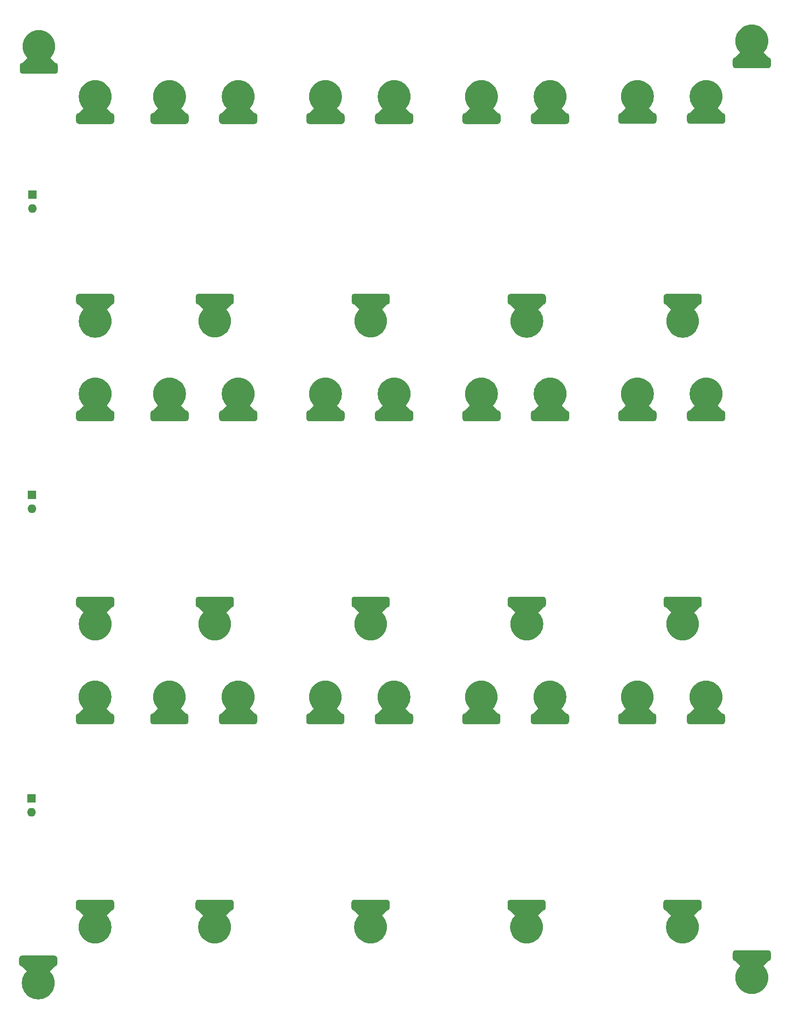
<source format=gbr>
G04 #@! TF.GenerationSoftware,KiCad,Pcbnew,(5.1.9)-1*
G04 #@! TF.CreationDate,2021-08-02T17:51:02+02:00*
G04 #@! TF.ProjectId,RelayControls-HPK,52656c61-7943-46f6-9e74-726f6c732d48,V0.1*
G04 #@! TF.SameCoordinates,Original*
G04 #@! TF.FileFunction,Soldermask,Bot*
G04 #@! TF.FilePolarity,Negative*
%FSLAX46Y46*%
G04 Gerber Fmt 4.6, Leading zero omitted, Abs format (unit mm)*
G04 Created by KiCad (PCBNEW (5.1.9)-1) date 2021-08-02 17:51:02*
%MOMM*%
%LPD*%
G01*
G04 APERTURE LIST*
%ADD10R,1.600000X1.600000*%
%ADD11O,1.600000X1.600000*%
%ADD12C,0.100000*%
G04 APERTURE END LIST*
D10*
X26850000Y-56200000D03*
D11*
X26850000Y-58740000D03*
X26743629Y-113665000D03*
D10*
X26743629Y-111125000D03*
X26638629Y-166600000D03*
D11*
X26638629Y-169140000D03*
D12*
G36*
X28440191Y-26192470D02*
G01*
X28728941Y-26249906D01*
X29010670Y-26335368D01*
X29282665Y-26448032D01*
X29542308Y-26586814D01*
X29787098Y-26750377D01*
X30014677Y-26937147D01*
X30222853Y-27145323D01*
X30409623Y-27372902D01*
X30573186Y-27617692D01*
X30711968Y-27877335D01*
X30824632Y-28149330D01*
X30910094Y-28431059D01*
X30967530Y-28719809D01*
X30996386Y-29012797D01*
X30996386Y-29307203D01*
X30967530Y-29600191D01*
X30910094Y-29888941D01*
X30824632Y-30170670D01*
X30711968Y-30442665D01*
X30573186Y-30702308D01*
X30409623Y-30947098D01*
X30222853Y-31174677D01*
X30118765Y-31278765D01*
X31000000Y-32160000D01*
X25000000Y-32160000D01*
X25881235Y-31278765D01*
X25777147Y-31174677D01*
X25590377Y-30947098D01*
X25426814Y-30702308D01*
X25288032Y-30442665D01*
X25175368Y-30170670D01*
X25089906Y-29888941D01*
X25032470Y-29600191D01*
X25003614Y-29307203D01*
X25003614Y-29012797D01*
X25032470Y-28719809D01*
X25089906Y-28431059D01*
X25175368Y-28149330D01*
X25288032Y-27877335D01*
X25426814Y-27617692D01*
X25590377Y-27372902D01*
X25777147Y-27145323D01*
X25985323Y-26937147D01*
X26212902Y-26750377D01*
X26457692Y-26586814D01*
X26717335Y-26448032D01*
X26989330Y-26335368D01*
X27271059Y-26249906D01*
X27559809Y-26192470D01*
X27852797Y-26163614D01*
X28147203Y-26163614D01*
X28440191Y-26192470D01*
G37*
G36*
G01*
X25000000Y-32160000D02*
X31000000Y-32160000D01*
G75*
G02*
X31500000Y-32660000I0J-500000D01*
G01*
X31500000Y-33660000D01*
G75*
G02*
X31000000Y-34160000I-500000J0D01*
G01*
X25000000Y-34160000D01*
G75*
G02*
X24500000Y-33660000I0J500000D01*
G01*
X24500000Y-32660000D01*
G75*
G02*
X25000000Y-32160000I500000J0D01*
G01*
G37*
G36*
X27439809Y-203257530D02*
G01*
X27151059Y-203200094D01*
X26869330Y-203114632D01*
X26597335Y-203001968D01*
X26337692Y-202863186D01*
X26092902Y-202699623D01*
X25865323Y-202512853D01*
X25657147Y-202304677D01*
X25470377Y-202077098D01*
X25306814Y-201832308D01*
X25168032Y-201572665D01*
X25055368Y-201300670D01*
X24969906Y-201018941D01*
X24912470Y-200730191D01*
X24883614Y-200437203D01*
X24883614Y-200142797D01*
X24912470Y-199849809D01*
X24969906Y-199561059D01*
X25055368Y-199279330D01*
X25168032Y-199007335D01*
X25306814Y-198747692D01*
X25470377Y-198502902D01*
X25657147Y-198275323D01*
X25761235Y-198171235D01*
X24880000Y-197290000D01*
X30880000Y-197290000D01*
X29998765Y-198171235D01*
X30102853Y-198275323D01*
X30289623Y-198502902D01*
X30453186Y-198747692D01*
X30591968Y-199007335D01*
X30704632Y-199279330D01*
X30790094Y-199561059D01*
X30847530Y-199849809D01*
X30876386Y-200142797D01*
X30876386Y-200437203D01*
X30847530Y-200730191D01*
X30790094Y-201018941D01*
X30704632Y-201300670D01*
X30591968Y-201572665D01*
X30453186Y-201832308D01*
X30289623Y-202077098D01*
X30102853Y-202304677D01*
X29894677Y-202512853D01*
X29667098Y-202699623D01*
X29422308Y-202863186D01*
X29162665Y-203001968D01*
X28890670Y-203114632D01*
X28608941Y-203200094D01*
X28320191Y-203257530D01*
X28027203Y-203286386D01*
X27732797Y-203286386D01*
X27439809Y-203257530D01*
G37*
G36*
G01*
X30880000Y-197290000D02*
X24880000Y-197290000D01*
G75*
G02*
X24380000Y-196790000I0J500000D01*
G01*
X24380000Y-195790000D01*
G75*
G02*
X24880000Y-195290000I500000J0D01*
G01*
X30880000Y-195290000D01*
G75*
G02*
X31380000Y-195790000I0J-500000D01*
G01*
X31380000Y-196790000D01*
G75*
G02*
X30880000Y-197290000I-500000J0D01*
G01*
G37*
G36*
X37859809Y-82344753D02*
G01*
X37571059Y-82287317D01*
X37289330Y-82201855D01*
X37017335Y-82089191D01*
X36757692Y-81950409D01*
X36512902Y-81786846D01*
X36285323Y-81600076D01*
X36077147Y-81391900D01*
X35890377Y-81164321D01*
X35726814Y-80919531D01*
X35588032Y-80659888D01*
X35475368Y-80387893D01*
X35389906Y-80106164D01*
X35332470Y-79817414D01*
X35303614Y-79524426D01*
X35303614Y-79230020D01*
X35332470Y-78937032D01*
X35389906Y-78648282D01*
X35475368Y-78366553D01*
X35588032Y-78094558D01*
X35726814Y-77834915D01*
X35890377Y-77590125D01*
X36077147Y-77362546D01*
X36181235Y-77258458D01*
X35300000Y-76377223D01*
X41300000Y-76377223D01*
X40418765Y-77258458D01*
X40522853Y-77362546D01*
X40709623Y-77590125D01*
X40873186Y-77834915D01*
X41011968Y-78094558D01*
X41124632Y-78366553D01*
X41210094Y-78648282D01*
X41267530Y-78937032D01*
X41296386Y-79230020D01*
X41296386Y-79524426D01*
X41267530Y-79817414D01*
X41210094Y-80106164D01*
X41124632Y-80387893D01*
X41011968Y-80659888D01*
X40873186Y-80919531D01*
X40709623Y-81164321D01*
X40522853Y-81391900D01*
X40314677Y-81600076D01*
X40087098Y-81786846D01*
X39842308Y-81950409D01*
X39582665Y-82089191D01*
X39310670Y-82201855D01*
X39028941Y-82287317D01*
X38740191Y-82344753D01*
X38447203Y-82373609D01*
X38152797Y-82373609D01*
X37859809Y-82344753D01*
G37*
G36*
G01*
X41300000Y-76377223D02*
X35300000Y-76377223D01*
G75*
G02*
X34800000Y-75877223I0J500000D01*
G01*
X34800000Y-74877223D01*
G75*
G02*
X35300000Y-74377223I500000J0D01*
G01*
X41300000Y-74377223D01*
G75*
G02*
X41800000Y-74877223I0J-500000D01*
G01*
X41800000Y-75877223D01*
G75*
G02*
X41300000Y-76377223I-500000J0D01*
G01*
G37*
G36*
G01*
X63182500Y-76340000D02*
X57182500Y-76340000D01*
G75*
G02*
X56682500Y-75840000I0J500000D01*
G01*
X56682500Y-74840000D01*
G75*
G02*
X57182500Y-74340000I500000J0D01*
G01*
X63182500Y-74340000D01*
G75*
G02*
X63682500Y-74840000I0J-500000D01*
G01*
X63682500Y-75840000D01*
G75*
G02*
X63182500Y-76340000I-500000J0D01*
G01*
G37*
G36*
X59742309Y-82307530D02*
G01*
X59453559Y-82250094D01*
X59171830Y-82164632D01*
X58899835Y-82051968D01*
X58640192Y-81913186D01*
X58395402Y-81749623D01*
X58167823Y-81562853D01*
X57959647Y-81354677D01*
X57772877Y-81127098D01*
X57609314Y-80882308D01*
X57470532Y-80622665D01*
X57357868Y-80350670D01*
X57272406Y-80068941D01*
X57214970Y-79780191D01*
X57186114Y-79487203D01*
X57186114Y-79192797D01*
X57214970Y-78899809D01*
X57272406Y-78611059D01*
X57357868Y-78329330D01*
X57470532Y-78057335D01*
X57609314Y-77797692D01*
X57772877Y-77552902D01*
X57959647Y-77325323D01*
X58063735Y-77221235D01*
X57182500Y-76340000D01*
X63182500Y-76340000D01*
X62301265Y-77221235D01*
X62405353Y-77325323D01*
X62592123Y-77552902D01*
X62755686Y-77797692D01*
X62894468Y-78057335D01*
X63007132Y-78329330D01*
X63092594Y-78611059D01*
X63150030Y-78899809D01*
X63178886Y-79192797D01*
X63178886Y-79487203D01*
X63150030Y-79780191D01*
X63092594Y-80068941D01*
X63007132Y-80350670D01*
X62894468Y-80622665D01*
X62755686Y-80882308D01*
X62592123Y-81127098D01*
X62405353Y-81354677D01*
X62197177Y-81562853D01*
X61969598Y-81749623D01*
X61724808Y-81913186D01*
X61465165Y-82051968D01*
X61193170Y-82164632D01*
X60911441Y-82250094D01*
X60622691Y-82307530D01*
X60329703Y-82336386D01*
X60035297Y-82336386D01*
X59742309Y-82307530D01*
G37*
G36*
G01*
X120252500Y-76377223D02*
X114252500Y-76377223D01*
G75*
G02*
X113752500Y-75877223I0J500000D01*
G01*
X113752500Y-74877223D01*
G75*
G02*
X114252500Y-74377223I500000J0D01*
G01*
X120252500Y-74377223D01*
G75*
G02*
X120752500Y-74877223I0J-500000D01*
G01*
X120752500Y-75877223D01*
G75*
G02*
X120252500Y-76377223I-500000J0D01*
G01*
G37*
G36*
X116812309Y-82344753D02*
G01*
X116523559Y-82287317D01*
X116241830Y-82201855D01*
X115969835Y-82089191D01*
X115710192Y-81950409D01*
X115465402Y-81786846D01*
X115237823Y-81600076D01*
X115029647Y-81391900D01*
X114842877Y-81164321D01*
X114679314Y-80919531D01*
X114540532Y-80659888D01*
X114427868Y-80387893D01*
X114342406Y-80106164D01*
X114284970Y-79817414D01*
X114256114Y-79524426D01*
X114256114Y-79230020D01*
X114284970Y-78937032D01*
X114342406Y-78648282D01*
X114427868Y-78366553D01*
X114540532Y-78094558D01*
X114679314Y-77834915D01*
X114842877Y-77590125D01*
X115029647Y-77362546D01*
X115133735Y-77258458D01*
X114252500Y-76377223D01*
X120252500Y-76377223D01*
X119371265Y-77258458D01*
X119475353Y-77362546D01*
X119662123Y-77590125D01*
X119825686Y-77834915D01*
X119964468Y-78094558D01*
X120077132Y-78366553D01*
X120162594Y-78648282D01*
X120220030Y-78937032D01*
X120248886Y-79230020D01*
X120248886Y-79524426D01*
X120220030Y-79817414D01*
X120162594Y-80106164D01*
X120077132Y-80387893D01*
X119964468Y-80659888D01*
X119825686Y-80919531D01*
X119662123Y-81164321D01*
X119475353Y-81391900D01*
X119267177Y-81600076D01*
X119039598Y-81786846D01*
X118794808Y-81950409D01*
X118535165Y-82089191D01*
X118263170Y-82201855D01*
X117981441Y-82287317D01*
X117692691Y-82344753D01*
X117399703Y-82373609D01*
X117105297Y-82373609D01*
X116812309Y-82344753D01*
G37*
G36*
X88267309Y-82307530D02*
G01*
X87978559Y-82250094D01*
X87696830Y-82164632D01*
X87424835Y-82051968D01*
X87165192Y-81913186D01*
X86920402Y-81749623D01*
X86692823Y-81562853D01*
X86484647Y-81354677D01*
X86297877Y-81127098D01*
X86134314Y-80882308D01*
X85995532Y-80622665D01*
X85882868Y-80350670D01*
X85797406Y-80068941D01*
X85739970Y-79780191D01*
X85711114Y-79487203D01*
X85711114Y-79192797D01*
X85739970Y-78899809D01*
X85797406Y-78611059D01*
X85882868Y-78329330D01*
X85995532Y-78057335D01*
X86134314Y-77797692D01*
X86297877Y-77552902D01*
X86484647Y-77325323D01*
X86588735Y-77221235D01*
X85707500Y-76340000D01*
X91707500Y-76340000D01*
X90826265Y-77221235D01*
X90930353Y-77325323D01*
X91117123Y-77552902D01*
X91280686Y-77797692D01*
X91419468Y-78057335D01*
X91532132Y-78329330D01*
X91617594Y-78611059D01*
X91675030Y-78899809D01*
X91703886Y-79192797D01*
X91703886Y-79487203D01*
X91675030Y-79780191D01*
X91617594Y-80068941D01*
X91532132Y-80350670D01*
X91419468Y-80622665D01*
X91280686Y-80882308D01*
X91117123Y-81127098D01*
X90930353Y-81354677D01*
X90722177Y-81562853D01*
X90494598Y-81749623D01*
X90249808Y-81913186D01*
X89990165Y-82051968D01*
X89718170Y-82164632D01*
X89436441Y-82250094D01*
X89147691Y-82307530D01*
X88854703Y-82336386D01*
X88560297Y-82336386D01*
X88267309Y-82307530D01*
G37*
G36*
G01*
X91707500Y-76340000D02*
X85707500Y-76340000D01*
G75*
G02*
X85207500Y-75840000I0J500000D01*
G01*
X85207500Y-74840000D01*
G75*
G02*
X85707500Y-74340000I500000J0D01*
G01*
X91707500Y-74340000D01*
G75*
G02*
X92207500Y-74840000I0J-500000D01*
G01*
X92207500Y-75840000D01*
G75*
G02*
X91707500Y-76340000I-500000J0D01*
G01*
G37*
G36*
X145337309Y-82344753D02*
G01*
X145048559Y-82287317D01*
X144766830Y-82201855D01*
X144494835Y-82089191D01*
X144235192Y-81950409D01*
X143990402Y-81786846D01*
X143762823Y-81600076D01*
X143554647Y-81391900D01*
X143367877Y-81164321D01*
X143204314Y-80919531D01*
X143065532Y-80659888D01*
X142952868Y-80387893D01*
X142867406Y-80106164D01*
X142809970Y-79817414D01*
X142781114Y-79524426D01*
X142781114Y-79230020D01*
X142809970Y-78937032D01*
X142867406Y-78648282D01*
X142952868Y-78366553D01*
X143065532Y-78094558D01*
X143204314Y-77834915D01*
X143367877Y-77590125D01*
X143554647Y-77362546D01*
X143658735Y-77258458D01*
X142777500Y-76377223D01*
X148777500Y-76377223D01*
X147896265Y-77258458D01*
X148000353Y-77362546D01*
X148187123Y-77590125D01*
X148350686Y-77834915D01*
X148489468Y-78094558D01*
X148602132Y-78366553D01*
X148687594Y-78648282D01*
X148745030Y-78937032D01*
X148773886Y-79230020D01*
X148773886Y-79524426D01*
X148745030Y-79817414D01*
X148687594Y-80106164D01*
X148602132Y-80387893D01*
X148489468Y-80659888D01*
X148350686Y-80919531D01*
X148187123Y-81164321D01*
X148000353Y-81391900D01*
X147792177Y-81600076D01*
X147564598Y-81786846D01*
X147319808Y-81950409D01*
X147060165Y-82089191D01*
X146788170Y-82201855D01*
X146506441Y-82287317D01*
X146217691Y-82344753D01*
X145924703Y-82373609D01*
X145630297Y-82373609D01*
X145337309Y-82344753D01*
G37*
G36*
G01*
X148777500Y-76377223D02*
X142777500Y-76377223D01*
G75*
G02*
X142277500Y-75877223I0J500000D01*
G01*
X142277500Y-74877223D01*
G75*
G02*
X142777500Y-74377223I500000J0D01*
G01*
X148777500Y-74377223D01*
G75*
G02*
X149277500Y-74877223I0J-500000D01*
G01*
X149277500Y-75877223D01*
G75*
G02*
X148777500Y-76377223I-500000J0D01*
G01*
G37*
G36*
G01*
X35300000Y-41332777D02*
X41300000Y-41332777D01*
G75*
G02*
X41800000Y-41832777I0J-500000D01*
G01*
X41800000Y-42832777D01*
G75*
G02*
X41300000Y-43332777I-500000J0D01*
G01*
X35300000Y-43332777D01*
G75*
G02*
X34800000Y-42832777I0J500000D01*
G01*
X34800000Y-41832777D01*
G75*
G02*
X35300000Y-41332777I500000J0D01*
G01*
G37*
G36*
X38740191Y-35365247D02*
G01*
X39028941Y-35422683D01*
X39310670Y-35508145D01*
X39582665Y-35620809D01*
X39842308Y-35759591D01*
X40087098Y-35923154D01*
X40314677Y-36109924D01*
X40522853Y-36318100D01*
X40709623Y-36545679D01*
X40873186Y-36790469D01*
X41011968Y-37050112D01*
X41124632Y-37322107D01*
X41210094Y-37603836D01*
X41267530Y-37892586D01*
X41296386Y-38185574D01*
X41296386Y-38479980D01*
X41267530Y-38772968D01*
X41210094Y-39061718D01*
X41124632Y-39343447D01*
X41011968Y-39615442D01*
X40873186Y-39875085D01*
X40709623Y-40119875D01*
X40522853Y-40347454D01*
X40418765Y-40451542D01*
X41300000Y-41332777D01*
X35300000Y-41332777D01*
X36181235Y-40451542D01*
X36077147Y-40347454D01*
X35890377Y-40119875D01*
X35726814Y-39875085D01*
X35588032Y-39615442D01*
X35475368Y-39343447D01*
X35389906Y-39061718D01*
X35332470Y-38772968D01*
X35303614Y-38479980D01*
X35303614Y-38185574D01*
X35332470Y-37892586D01*
X35389906Y-37603836D01*
X35475368Y-37322107D01*
X35588032Y-37050112D01*
X35726814Y-36790469D01*
X35890377Y-36545679D01*
X36077147Y-36318100D01*
X36285323Y-36109924D01*
X36512902Y-35923154D01*
X36757692Y-35759591D01*
X37017335Y-35620809D01*
X37289330Y-35508145D01*
X37571059Y-35422683D01*
X37859809Y-35365247D01*
X38152797Y-35336391D01*
X38447203Y-35336391D01*
X38740191Y-35365247D01*
G37*
G36*
X64915191Y-35365247D02*
G01*
X65203941Y-35422683D01*
X65485670Y-35508145D01*
X65757665Y-35620809D01*
X66017308Y-35759591D01*
X66262098Y-35923154D01*
X66489677Y-36109924D01*
X66697853Y-36318100D01*
X66884623Y-36545679D01*
X67048186Y-36790469D01*
X67186968Y-37050112D01*
X67299632Y-37322107D01*
X67385094Y-37603836D01*
X67442530Y-37892586D01*
X67471386Y-38185574D01*
X67471386Y-38479980D01*
X67442530Y-38772968D01*
X67385094Y-39061718D01*
X67299632Y-39343447D01*
X67186968Y-39615442D01*
X67048186Y-39875085D01*
X66884623Y-40119875D01*
X66697853Y-40347454D01*
X66593765Y-40451542D01*
X67475000Y-41332777D01*
X61475000Y-41332777D01*
X62356235Y-40451542D01*
X62252147Y-40347454D01*
X62065377Y-40119875D01*
X61901814Y-39875085D01*
X61763032Y-39615442D01*
X61650368Y-39343447D01*
X61564906Y-39061718D01*
X61507470Y-38772968D01*
X61478614Y-38479980D01*
X61478614Y-38185574D01*
X61507470Y-37892586D01*
X61564906Y-37603836D01*
X61650368Y-37322107D01*
X61763032Y-37050112D01*
X61901814Y-36790469D01*
X62065377Y-36545679D01*
X62252147Y-36318100D01*
X62460323Y-36109924D01*
X62687902Y-35923154D01*
X62932692Y-35759591D01*
X63192335Y-35620809D01*
X63464330Y-35508145D01*
X63746059Y-35422683D01*
X64034809Y-35365247D01*
X64327797Y-35336391D01*
X64622203Y-35336391D01*
X64915191Y-35365247D01*
G37*
G36*
G01*
X61475000Y-41332777D02*
X67475000Y-41332777D01*
G75*
G02*
X67975000Y-41832777I0J-500000D01*
G01*
X67975000Y-42832777D01*
G75*
G02*
X67475000Y-43332777I-500000J0D01*
G01*
X61475000Y-43332777D01*
G75*
G02*
X60975000Y-42832777I0J500000D01*
G01*
X60975000Y-41832777D01*
G75*
G02*
X61475000Y-41332777I500000J0D01*
G01*
G37*
G36*
G01*
X48900000Y-41332777D02*
X54900000Y-41332777D01*
G75*
G02*
X55400000Y-41832777I0J-500000D01*
G01*
X55400000Y-42832777D01*
G75*
G02*
X54900000Y-43332777I-500000J0D01*
G01*
X48900000Y-43332777D01*
G75*
G02*
X48400000Y-42832777I0J500000D01*
G01*
X48400000Y-41832777D01*
G75*
G02*
X48900000Y-41332777I500000J0D01*
G01*
G37*
G36*
X52340191Y-35365247D02*
G01*
X52628941Y-35422683D01*
X52910670Y-35508145D01*
X53182665Y-35620809D01*
X53442308Y-35759591D01*
X53687098Y-35923154D01*
X53914677Y-36109924D01*
X54122853Y-36318100D01*
X54309623Y-36545679D01*
X54473186Y-36790469D01*
X54611968Y-37050112D01*
X54724632Y-37322107D01*
X54810094Y-37603836D01*
X54867530Y-37892586D01*
X54896386Y-38185574D01*
X54896386Y-38479980D01*
X54867530Y-38772968D01*
X54810094Y-39061718D01*
X54724632Y-39343447D01*
X54611968Y-39615442D01*
X54473186Y-39875085D01*
X54309623Y-40119875D01*
X54122853Y-40347454D01*
X54018765Y-40451542D01*
X54900000Y-41332777D01*
X48900000Y-41332777D01*
X49781235Y-40451542D01*
X49677147Y-40347454D01*
X49490377Y-40119875D01*
X49326814Y-39875085D01*
X49188032Y-39615442D01*
X49075368Y-39343447D01*
X48989906Y-39061718D01*
X48932470Y-38772968D01*
X48903614Y-38479980D01*
X48903614Y-38185574D01*
X48932470Y-37892586D01*
X48989906Y-37603836D01*
X49075368Y-37322107D01*
X49188032Y-37050112D01*
X49326814Y-36790469D01*
X49490377Y-36545679D01*
X49677147Y-36318100D01*
X49885323Y-36109924D01*
X50112902Y-35923154D01*
X50357692Y-35759591D01*
X50617335Y-35620809D01*
X50889330Y-35508145D01*
X51171059Y-35422683D01*
X51459809Y-35365247D01*
X51752797Y-35336391D01*
X52047203Y-35336391D01*
X52340191Y-35365247D01*
G37*
G36*
X121965191Y-35365247D02*
G01*
X122253941Y-35422683D01*
X122535670Y-35508145D01*
X122807665Y-35620809D01*
X123067308Y-35759591D01*
X123312098Y-35923154D01*
X123539677Y-36109924D01*
X123747853Y-36318100D01*
X123934623Y-36545679D01*
X124098186Y-36790469D01*
X124236968Y-37050112D01*
X124349632Y-37322107D01*
X124435094Y-37603836D01*
X124492530Y-37892586D01*
X124521386Y-38185574D01*
X124521386Y-38479980D01*
X124492530Y-38772968D01*
X124435094Y-39061718D01*
X124349632Y-39343447D01*
X124236968Y-39615442D01*
X124098186Y-39875085D01*
X123934623Y-40119875D01*
X123747853Y-40347454D01*
X123643765Y-40451542D01*
X124525000Y-41332777D01*
X118525000Y-41332777D01*
X119406235Y-40451542D01*
X119302147Y-40347454D01*
X119115377Y-40119875D01*
X118951814Y-39875085D01*
X118813032Y-39615442D01*
X118700368Y-39343447D01*
X118614906Y-39061718D01*
X118557470Y-38772968D01*
X118528614Y-38479980D01*
X118528614Y-38185574D01*
X118557470Y-37892586D01*
X118614906Y-37603836D01*
X118700368Y-37322107D01*
X118813032Y-37050112D01*
X118951814Y-36790469D01*
X119115377Y-36545679D01*
X119302147Y-36318100D01*
X119510323Y-36109924D01*
X119737902Y-35923154D01*
X119982692Y-35759591D01*
X120242335Y-35620809D01*
X120514330Y-35508145D01*
X120796059Y-35422683D01*
X121084809Y-35365247D01*
X121377797Y-35336391D01*
X121672203Y-35336391D01*
X121965191Y-35365247D01*
G37*
G36*
G01*
X118525000Y-41332777D02*
X124525000Y-41332777D01*
G75*
G02*
X125025000Y-41832777I0J-500000D01*
G01*
X125025000Y-42832777D01*
G75*
G02*
X124525000Y-43332777I-500000J0D01*
G01*
X118525000Y-43332777D01*
G75*
G02*
X118025000Y-42832777I0J500000D01*
G01*
X118025000Y-41832777D01*
G75*
G02*
X118525000Y-41332777I500000J0D01*
G01*
G37*
G36*
G01*
X105970000Y-41332777D02*
X111970000Y-41332777D01*
G75*
G02*
X112470000Y-41832777I0J-500000D01*
G01*
X112470000Y-42832777D01*
G75*
G02*
X111970000Y-43332777I-500000J0D01*
G01*
X105970000Y-43332777D01*
G75*
G02*
X105470000Y-42832777I0J500000D01*
G01*
X105470000Y-41832777D01*
G75*
G02*
X105970000Y-41332777I500000J0D01*
G01*
G37*
G36*
X109410191Y-35365247D02*
G01*
X109698941Y-35422683D01*
X109980670Y-35508145D01*
X110252665Y-35620809D01*
X110512308Y-35759591D01*
X110757098Y-35923154D01*
X110984677Y-36109924D01*
X111192853Y-36318100D01*
X111379623Y-36545679D01*
X111543186Y-36790469D01*
X111681968Y-37050112D01*
X111794632Y-37322107D01*
X111880094Y-37603836D01*
X111937530Y-37892586D01*
X111966386Y-38185574D01*
X111966386Y-38479980D01*
X111937530Y-38772968D01*
X111880094Y-39061718D01*
X111794632Y-39343447D01*
X111681968Y-39615442D01*
X111543186Y-39875085D01*
X111379623Y-40119875D01*
X111192853Y-40347454D01*
X111088765Y-40451542D01*
X111970000Y-41332777D01*
X105970000Y-41332777D01*
X106851235Y-40451542D01*
X106747147Y-40347454D01*
X106560377Y-40119875D01*
X106396814Y-39875085D01*
X106258032Y-39615442D01*
X106145368Y-39343447D01*
X106059906Y-39061718D01*
X106002470Y-38772968D01*
X105973614Y-38479980D01*
X105973614Y-38185574D01*
X106002470Y-37892586D01*
X106059906Y-37603836D01*
X106145368Y-37322107D01*
X106258032Y-37050112D01*
X106396814Y-36790469D01*
X106560377Y-36545679D01*
X106747147Y-36318100D01*
X106955323Y-36109924D01*
X107182902Y-35923154D01*
X107427692Y-35759591D01*
X107687335Y-35620809D01*
X107959330Y-35508145D01*
X108241059Y-35422683D01*
X108529809Y-35365247D01*
X108822797Y-35336391D01*
X109117203Y-35336391D01*
X109410191Y-35365247D01*
G37*
G36*
G01*
X90000000Y-41332777D02*
X96000000Y-41332777D01*
G75*
G02*
X96500000Y-41832777I0J-500000D01*
G01*
X96500000Y-42832777D01*
G75*
G02*
X96000000Y-43332777I-500000J0D01*
G01*
X90000000Y-43332777D01*
G75*
G02*
X89500000Y-42832777I0J500000D01*
G01*
X89500000Y-41832777D01*
G75*
G02*
X90000000Y-41332777I500000J0D01*
G01*
G37*
G36*
X93440191Y-35365247D02*
G01*
X93728941Y-35422683D01*
X94010670Y-35508145D01*
X94282665Y-35620809D01*
X94542308Y-35759591D01*
X94787098Y-35923154D01*
X95014677Y-36109924D01*
X95222853Y-36318100D01*
X95409623Y-36545679D01*
X95573186Y-36790469D01*
X95711968Y-37050112D01*
X95824632Y-37322107D01*
X95910094Y-37603836D01*
X95967530Y-37892586D01*
X95996386Y-38185574D01*
X95996386Y-38479980D01*
X95967530Y-38772968D01*
X95910094Y-39061718D01*
X95824632Y-39343447D01*
X95711968Y-39615442D01*
X95573186Y-39875085D01*
X95409623Y-40119875D01*
X95222853Y-40347454D01*
X95118765Y-40451542D01*
X96000000Y-41332777D01*
X90000000Y-41332777D01*
X90881235Y-40451542D01*
X90777147Y-40347454D01*
X90590377Y-40119875D01*
X90426814Y-39875085D01*
X90288032Y-39615442D01*
X90175368Y-39343447D01*
X90089906Y-39061718D01*
X90032470Y-38772968D01*
X90003614Y-38479980D01*
X90003614Y-38185574D01*
X90032470Y-37892586D01*
X90089906Y-37603836D01*
X90175368Y-37322107D01*
X90288032Y-37050112D01*
X90426814Y-36790469D01*
X90590377Y-36545679D01*
X90777147Y-36318100D01*
X90985323Y-36109924D01*
X91212902Y-35923154D01*
X91457692Y-35759591D01*
X91717335Y-35620809D01*
X91989330Y-35508145D01*
X92271059Y-35422683D01*
X92559809Y-35365247D01*
X92852797Y-35336391D01*
X93147203Y-35336391D01*
X93440191Y-35365247D01*
G37*
G36*
X80865191Y-35365247D02*
G01*
X81153941Y-35422683D01*
X81435670Y-35508145D01*
X81707665Y-35620809D01*
X81967308Y-35759591D01*
X82212098Y-35923154D01*
X82439677Y-36109924D01*
X82647853Y-36318100D01*
X82834623Y-36545679D01*
X82998186Y-36790469D01*
X83136968Y-37050112D01*
X83249632Y-37322107D01*
X83335094Y-37603836D01*
X83392530Y-37892586D01*
X83421386Y-38185574D01*
X83421386Y-38479980D01*
X83392530Y-38772968D01*
X83335094Y-39061718D01*
X83249632Y-39343447D01*
X83136968Y-39615442D01*
X82998186Y-39875085D01*
X82834623Y-40119875D01*
X82647853Y-40347454D01*
X82543765Y-40451542D01*
X83425000Y-41332777D01*
X77425000Y-41332777D01*
X78306235Y-40451542D01*
X78202147Y-40347454D01*
X78015377Y-40119875D01*
X77851814Y-39875085D01*
X77713032Y-39615442D01*
X77600368Y-39343447D01*
X77514906Y-39061718D01*
X77457470Y-38772968D01*
X77428614Y-38479980D01*
X77428614Y-38185574D01*
X77457470Y-37892586D01*
X77514906Y-37603836D01*
X77600368Y-37322107D01*
X77713032Y-37050112D01*
X77851814Y-36790469D01*
X78015377Y-36545679D01*
X78202147Y-36318100D01*
X78410323Y-36109924D01*
X78637902Y-35923154D01*
X78882692Y-35759591D01*
X79142335Y-35620809D01*
X79414330Y-35508145D01*
X79696059Y-35422683D01*
X79984809Y-35365247D01*
X80277797Y-35336391D01*
X80572203Y-35336391D01*
X80865191Y-35365247D01*
G37*
G36*
G01*
X77425000Y-41332777D02*
X83425000Y-41332777D01*
G75*
G02*
X83925000Y-41832777I0J-500000D01*
G01*
X83925000Y-42832777D01*
G75*
G02*
X83425000Y-43332777I-500000J0D01*
G01*
X77425000Y-43332777D01*
G75*
G02*
X76925000Y-42832777I0J500000D01*
G01*
X76925000Y-41832777D01*
G75*
G02*
X77425000Y-41332777I500000J0D01*
G01*
G37*
G36*
G01*
X147070000Y-41300000D02*
X153070000Y-41300000D01*
G75*
G02*
X153570000Y-41800000I0J-500000D01*
G01*
X153570000Y-42800000D01*
G75*
G02*
X153070000Y-43300000I-500000J0D01*
G01*
X147070000Y-43300000D01*
G75*
G02*
X146570000Y-42800000I0J500000D01*
G01*
X146570000Y-41800000D01*
G75*
G02*
X147070000Y-41300000I500000J0D01*
G01*
G37*
G36*
X150510191Y-35332470D02*
G01*
X150798941Y-35389906D01*
X151080670Y-35475368D01*
X151352665Y-35588032D01*
X151612308Y-35726814D01*
X151857098Y-35890377D01*
X152084677Y-36077147D01*
X152292853Y-36285323D01*
X152479623Y-36512902D01*
X152643186Y-36757692D01*
X152781968Y-37017335D01*
X152894632Y-37289330D01*
X152980094Y-37571059D01*
X153037530Y-37859809D01*
X153066386Y-38152797D01*
X153066386Y-38447203D01*
X153037530Y-38740191D01*
X152980094Y-39028941D01*
X152894632Y-39310670D01*
X152781968Y-39582665D01*
X152643186Y-39842308D01*
X152479623Y-40087098D01*
X152292853Y-40314677D01*
X152188765Y-40418765D01*
X153070000Y-41300000D01*
X147070000Y-41300000D01*
X147951235Y-40418765D01*
X147847147Y-40314677D01*
X147660377Y-40087098D01*
X147496814Y-39842308D01*
X147358032Y-39582665D01*
X147245368Y-39310670D01*
X147159906Y-39028941D01*
X147102470Y-38740191D01*
X147073614Y-38447203D01*
X147073614Y-38152797D01*
X147102470Y-37859809D01*
X147159906Y-37571059D01*
X147245368Y-37289330D01*
X147358032Y-37017335D01*
X147496814Y-36757692D01*
X147660377Y-36512902D01*
X147847147Y-36285323D01*
X148055323Y-36077147D01*
X148282902Y-35890377D01*
X148527692Y-35726814D01*
X148787335Y-35588032D01*
X149059330Y-35475368D01*
X149341059Y-35389906D01*
X149629809Y-35332470D01*
X149922797Y-35303614D01*
X150217203Y-35303614D01*
X150510191Y-35332470D01*
G37*
G36*
X137935191Y-35332470D02*
G01*
X138223941Y-35389906D01*
X138505670Y-35475368D01*
X138777665Y-35588032D01*
X139037308Y-35726814D01*
X139282098Y-35890377D01*
X139509677Y-36077147D01*
X139717853Y-36285323D01*
X139904623Y-36512902D01*
X140068186Y-36757692D01*
X140206968Y-37017335D01*
X140319632Y-37289330D01*
X140405094Y-37571059D01*
X140462530Y-37859809D01*
X140491386Y-38152797D01*
X140491386Y-38447203D01*
X140462530Y-38740191D01*
X140405094Y-39028941D01*
X140319632Y-39310670D01*
X140206968Y-39582665D01*
X140068186Y-39842308D01*
X139904623Y-40087098D01*
X139717853Y-40314677D01*
X139613765Y-40418765D01*
X140495000Y-41300000D01*
X134495000Y-41300000D01*
X135376235Y-40418765D01*
X135272147Y-40314677D01*
X135085377Y-40087098D01*
X134921814Y-39842308D01*
X134783032Y-39582665D01*
X134670368Y-39310670D01*
X134584906Y-39028941D01*
X134527470Y-38740191D01*
X134498614Y-38447203D01*
X134498614Y-38152797D01*
X134527470Y-37859809D01*
X134584906Y-37571059D01*
X134670368Y-37289330D01*
X134783032Y-37017335D01*
X134921814Y-36757692D01*
X135085377Y-36512902D01*
X135272147Y-36285323D01*
X135480323Y-36077147D01*
X135707902Y-35890377D01*
X135952692Y-35726814D01*
X136212335Y-35588032D01*
X136484330Y-35475368D01*
X136766059Y-35389906D01*
X137054809Y-35332470D01*
X137347797Y-35303614D01*
X137642203Y-35303614D01*
X137935191Y-35332470D01*
G37*
G36*
G01*
X134495000Y-41300000D02*
X140495000Y-41300000D01*
G75*
G02*
X140995000Y-41800000I0J-500000D01*
G01*
X140995000Y-42800000D01*
G75*
G02*
X140495000Y-43300000I-500000J0D01*
G01*
X134495000Y-43300000D01*
G75*
G02*
X133995000Y-42800000I0J500000D01*
G01*
X133995000Y-41800000D01*
G75*
G02*
X134495000Y-41300000I500000J0D01*
G01*
G37*
G36*
G01*
X41300000Y-131697223D02*
X35300000Y-131697223D01*
G75*
G02*
X34800000Y-131197223I0J500000D01*
G01*
X34800000Y-130197223D01*
G75*
G02*
X35300000Y-129697223I500000J0D01*
G01*
X41300000Y-129697223D01*
G75*
G02*
X41800000Y-130197223I0J-500000D01*
G01*
X41800000Y-131197223D01*
G75*
G02*
X41300000Y-131697223I-500000J0D01*
G01*
G37*
G36*
X37859809Y-137664753D02*
G01*
X37571059Y-137607317D01*
X37289330Y-137521855D01*
X37017335Y-137409191D01*
X36757692Y-137270409D01*
X36512902Y-137106846D01*
X36285323Y-136920076D01*
X36077147Y-136711900D01*
X35890377Y-136484321D01*
X35726814Y-136239531D01*
X35588032Y-135979888D01*
X35475368Y-135707893D01*
X35389906Y-135426164D01*
X35332470Y-135137414D01*
X35303614Y-134844426D01*
X35303614Y-134550020D01*
X35332470Y-134257032D01*
X35389906Y-133968282D01*
X35475368Y-133686553D01*
X35588032Y-133414558D01*
X35726814Y-133154915D01*
X35890377Y-132910125D01*
X36077147Y-132682546D01*
X36181235Y-132578458D01*
X35300000Y-131697223D01*
X41300000Y-131697223D01*
X40418765Y-132578458D01*
X40522853Y-132682546D01*
X40709623Y-132910125D01*
X40873186Y-133154915D01*
X41011968Y-133414558D01*
X41124632Y-133686553D01*
X41210094Y-133968282D01*
X41267530Y-134257032D01*
X41296386Y-134550020D01*
X41296386Y-134844426D01*
X41267530Y-135137414D01*
X41210094Y-135426164D01*
X41124632Y-135707893D01*
X41011968Y-135979888D01*
X40873186Y-136239531D01*
X40709623Y-136484321D01*
X40522853Y-136711900D01*
X40314677Y-136920076D01*
X40087098Y-137106846D01*
X39842308Y-137270409D01*
X39582665Y-137409191D01*
X39310670Y-137521855D01*
X39028941Y-137607317D01*
X38740191Y-137664753D01*
X38447203Y-137693609D01*
X38152797Y-137693609D01*
X37859809Y-137664753D01*
G37*
G36*
G01*
X120252500Y-131697223D02*
X114252500Y-131697223D01*
G75*
G02*
X113752500Y-131197223I0J500000D01*
G01*
X113752500Y-130197223D01*
G75*
G02*
X114252500Y-129697223I500000J0D01*
G01*
X120252500Y-129697223D01*
G75*
G02*
X120752500Y-130197223I0J-500000D01*
G01*
X120752500Y-131197223D01*
G75*
G02*
X120252500Y-131697223I-500000J0D01*
G01*
G37*
G36*
X116812309Y-137664753D02*
G01*
X116523559Y-137607317D01*
X116241830Y-137521855D01*
X115969835Y-137409191D01*
X115710192Y-137270409D01*
X115465402Y-137106846D01*
X115237823Y-136920076D01*
X115029647Y-136711900D01*
X114842877Y-136484321D01*
X114679314Y-136239531D01*
X114540532Y-135979888D01*
X114427868Y-135707893D01*
X114342406Y-135426164D01*
X114284970Y-135137414D01*
X114256114Y-134844426D01*
X114256114Y-134550020D01*
X114284970Y-134257032D01*
X114342406Y-133968282D01*
X114427868Y-133686553D01*
X114540532Y-133414558D01*
X114679314Y-133154915D01*
X114842877Y-132910125D01*
X115029647Y-132682546D01*
X115133735Y-132578458D01*
X114252500Y-131697223D01*
X120252500Y-131697223D01*
X119371265Y-132578458D01*
X119475353Y-132682546D01*
X119662123Y-132910125D01*
X119825686Y-133154915D01*
X119964468Y-133414558D01*
X120077132Y-133686553D01*
X120162594Y-133968282D01*
X120220030Y-134257032D01*
X120248886Y-134550020D01*
X120248886Y-134844426D01*
X120220030Y-135137414D01*
X120162594Y-135426164D01*
X120077132Y-135707893D01*
X119964468Y-135979888D01*
X119825686Y-136239531D01*
X119662123Y-136484321D01*
X119475353Y-136711900D01*
X119267177Y-136920076D01*
X119039598Y-137106846D01*
X118794808Y-137270409D01*
X118535165Y-137409191D01*
X118263170Y-137521855D01*
X117981441Y-137607317D01*
X117692691Y-137664753D01*
X117399703Y-137693609D01*
X117105297Y-137693609D01*
X116812309Y-137664753D01*
G37*
G36*
X59742309Y-137664753D02*
G01*
X59453559Y-137607317D01*
X59171830Y-137521855D01*
X58899835Y-137409191D01*
X58640192Y-137270409D01*
X58395402Y-137106846D01*
X58167823Y-136920076D01*
X57959647Y-136711900D01*
X57772877Y-136484321D01*
X57609314Y-136239531D01*
X57470532Y-135979888D01*
X57357868Y-135707893D01*
X57272406Y-135426164D01*
X57214970Y-135137414D01*
X57186114Y-134844426D01*
X57186114Y-134550020D01*
X57214970Y-134257032D01*
X57272406Y-133968282D01*
X57357868Y-133686553D01*
X57470532Y-133414558D01*
X57609314Y-133154915D01*
X57772877Y-132910125D01*
X57959647Y-132682546D01*
X58063735Y-132578458D01*
X57182500Y-131697223D01*
X63182500Y-131697223D01*
X62301265Y-132578458D01*
X62405353Y-132682546D01*
X62592123Y-132910125D01*
X62755686Y-133154915D01*
X62894468Y-133414558D01*
X63007132Y-133686553D01*
X63092594Y-133968282D01*
X63150030Y-134257032D01*
X63178886Y-134550020D01*
X63178886Y-134844426D01*
X63150030Y-135137414D01*
X63092594Y-135426164D01*
X63007132Y-135707893D01*
X62894468Y-135979888D01*
X62755686Y-136239531D01*
X62592123Y-136484321D01*
X62405353Y-136711900D01*
X62197177Y-136920076D01*
X61969598Y-137106846D01*
X61724808Y-137270409D01*
X61465165Y-137409191D01*
X61193170Y-137521855D01*
X60911441Y-137607317D01*
X60622691Y-137664753D01*
X60329703Y-137693609D01*
X60035297Y-137693609D01*
X59742309Y-137664753D01*
G37*
G36*
G01*
X63182500Y-131697223D02*
X57182500Y-131697223D01*
G75*
G02*
X56682500Y-131197223I0J500000D01*
G01*
X56682500Y-130197223D01*
G75*
G02*
X57182500Y-129697223I500000J0D01*
G01*
X63182500Y-129697223D01*
G75*
G02*
X63682500Y-130197223I0J-500000D01*
G01*
X63682500Y-131197223D01*
G75*
G02*
X63182500Y-131697223I-500000J0D01*
G01*
G37*
G36*
G01*
X91700000Y-131697223D02*
X85700000Y-131697223D01*
G75*
G02*
X85200000Y-131197223I0J500000D01*
G01*
X85200000Y-130197223D01*
G75*
G02*
X85700000Y-129697223I500000J0D01*
G01*
X91700000Y-129697223D01*
G75*
G02*
X92200000Y-130197223I0J-500000D01*
G01*
X92200000Y-131197223D01*
G75*
G02*
X91700000Y-131697223I-500000J0D01*
G01*
G37*
G36*
X88259809Y-137664753D02*
G01*
X87971059Y-137607317D01*
X87689330Y-137521855D01*
X87417335Y-137409191D01*
X87157692Y-137270409D01*
X86912902Y-137106846D01*
X86685323Y-136920076D01*
X86477147Y-136711900D01*
X86290377Y-136484321D01*
X86126814Y-136239531D01*
X85988032Y-135979888D01*
X85875368Y-135707893D01*
X85789906Y-135426164D01*
X85732470Y-135137414D01*
X85703614Y-134844426D01*
X85703614Y-134550020D01*
X85732470Y-134257032D01*
X85789906Y-133968282D01*
X85875368Y-133686553D01*
X85988032Y-133414558D01*
X86126814Y-133154915D01*
X86290377Y-132910125D01*
X86477147Y-132682546D01*
X86581235Y-132578458D01*
X85700000Y-131697223D01*
X91700000Y-131697223D01*
X90818765Y-132578458D01*
X90922853Y-132682546D01*
X91109623Y-132910125D01*
X91273186Y-133154915D01*
X91411968Y-133414558D01*
X91524632Y-133686553D01*
X91610094Y-133968282D01*
X91667530Y-134257032D01*
X91696386Y-134550020D01*
X91696386Y-134844426D01*
X91667530Y-135137414D01*
X91610094Y-135426164D01*
X91524632Y-135707893D01*
X91411968Y-135979888D01*
X91273186Y-136239531D01*
X91109623Y-136484321D01*
X90922853Y-136711900D01*
X90714677Y-136920076D01*
X90487098Y-137106846D01*
X90242308Y-137270409D01*
X89982665Y-137409191D01*
X89710670Y-137521855D01*
X89428941Y-137607317D01*
X89140191Y-137664753D01*
X88847203Y-137693609D01*
X88552797Y-137693609D01*
X88259809Y-137664753D01*
G37*
G36*
G01*
X148777500Y-131697223D02*
X142777500Y-131697223D01*
G75*
G02*
X142277500Y-131197223I0J500000D01*
G01*
X142277500Y-130197223D01*
G75*
G02*
X142777500Y-129697223I500000J0D01*
G01*
X148777500Y-129697223D01*
G75*
G02*
X149277500Y-130197223I0J-500000D01*
G01*
X149277500Y-131197223D01*
G75*
G02*
X148777500Y-131697223I-500000J0D01*
G01*
G37*
G36*
X145337309Y-137664753D02*
G01*
X145048559Y-137607317D01*
X144766830Y-137521855D01*
X144494835Y-137409191D01*
X144235192Y-137270409D01*
X143990402Y-137106846D01*
X143762823Y-136920076D01*
X143554647Y-136711900D01*
X143367877Y-136484321D01*
X143204314Y-136239531D01*
X143065532Y-135979888D01*
X142952868Y-135707893D01*
X142867406Y-135426164D01*
X142809970Y-135137414D01*
X142781114Y-134844426D01*
X142781114Y-134550020D01*
X142809970Y-134257032D01*
X142867406Y-133968282D01*
X142952868Y-133686553D01*
X143065532Y-133414558D01*
X143204314Y-133154915D01*
X143367877Y-132910125D01*
X143554647Y-132682546D01*
X143658735Y-132578458D01*
X142777500Y-131697223D01*
X148777500Y-131697223D01*
X147896265Y-132578458D01*
X148000353Y-132682546D01*
X148187123Y-132910125D01*
X148350686Y-133154915D01*
X148489468Y-133414558D01*
X148602132Y-133686553D01*
X148687594Y-133968282D01*
X148745030Y-134257032D01*
X148773886Y-134550020D01*
X148773886Y-134844426D01*
X148745030Y-135137414D01*
X148687594Y-135426164D01*
X148602132Y-135707893D01*
X148489468Y-135979888D01*
X148350686Y-136239531D01*
X148187123Y-136484321D01*
X148000353Y-136711900D01*
X147792177Y-136920076D01*
X147564598Y-137106846D01*
X147319808Y-137270409D01*
X147060165Y-137409191D01*
X146788170Y-137521855D01*
X146506441Y-137607317D01*
X146217691Y-137664753D01*
X145924703Y-137693609D01*
X145630297Y-137693609D01*
X145337309Y-137664753D01*
G37*
G36*
X38740191Y-89685247D02*
G01*
X39028941Y-89742683D01*
X39310670Y-89828145D01*
X39582665Y-89940809D01*
X39842308Y-90079591D01*
X40087098Y-90243154D01*
X40314677Y-90429924D01*
X40522853Y-90638100D01*
X40709623Y-90865679D01*
X40873186Y-91110469D01*
X41011968Y-91370112D01*
X41124632Y-91642107D01*
X41210094Y-91923836D01*
X41267530Y-92212586D01*
X41296386Y-92505574D01*
X41296386Y-92799980D01*
X41267530Y-93092968D01*
X41210094Y-93381718D01*
X41124632Y-93663447D01*
X41011968Y-93935442D01*
X40873186Y-94195085D01*
X40709623Y-94439875D01*
X40522853Y-94667454D01*
X40418765Y-94771542D01*
X41300000Y-95652777D01*
X35300000Y-95652777D01*
X36181235Y-94771542D01*
X36077147Y-94667454D01*
X35890377Y-94439875D01*
X35726814Y-94195085D01*
X35588032Y-93935442D01*
X35475368Y-93663447D01*
X35389906Y-93381718D01*
X35332470Y-93092968D01*
X35303614Y-92799980D01*
X35303614Y-92505574D01*
X35332470Y-92212586D01*
X35389906Y-91923836D01*
X35475368Y-91642107D01*
X35588032Y-91370112D01*
X35726814Y-91110469D01*
X35890377Y-90865679D01*
X36077147Y-90638100D01*
X36285323Y-90429924D01*
X36512902Y-90243154D01*
X36757692Y-90079591D01*
X37017335Y-89940809D01*
X37289330Y-89828145D01*
X37571059Y-89742683D01*
X37859809Y-89685247D01*
X38152797Y-89656391D01*
X38447203Y-89656391D01*
X38740191Y-89685247D01*
G37*
G36*
G01*
X35300000Y-95652777D02*
X41300000Y-95652777D01*
G75*
G02*
X41800000Y-96152777I0J-500000D01*
G01*
X41800000Y-97152777D01*
G75*
G02*
X41300000Y-97652777I-500000J0D01*
G01*
X35300000Y-97652777D01*
G75*
G02*
X34800000Y-97152777I0J500000D01*
G01*
X34800000Y-96152777D01*
G75*
G02*
X35300000Y-95652777I500000J0D01*
G01*
G37*
G36*
X121965191Y-89685247D02*
G01*
X122253941Y-89742683D01*
X122535670Y-89828145D01*
X122807665Y-89940809D01*
X123067308Y-90079591D01*
X123312098Y-90243154D01*
X123539677Y-90429924D01*
X123747853Y-90638100D01*
X123934623Y-90865679D01*
X124098186Y-91110469D01*
X124236968Y-91370112D01*
X124349632Y-91642107D01*
X124435094Y-91923836D01*
X124492530Y-92212586D01*
X124521386Y-92505574D01*
X124521386Y-92799980D01*
X124492530Y-93092968D01*
X124435094Y-93381718D01*
X124349632Y-93663447D01*
X124236968Y-93935442D01*
X124098186Y-94195085D01*
X123934623Y-94439875D01*
X123747853Y-94667454D01*
X123643765Y-94771542D01*
X124525000Y-95652777D01*
X118525000Y-95652777D01*
X119406235Y-94771542D01*
X119302147Y-94667454D01*
X119115377Y-94439875D01*
X118951814Y-94195085D01*
X118813032Y-93935442D01*
X118700368Y-93663447D01*
X118614906Y-93381718D01*
X118557470Y-93092968D01*
X118528614Y-92799980D01*
X118528614Y-92505574D01*
X118557470Y-92212586D01*
X118614906Y-91923836D01*
X118700368Y-91642107D01*
X118813032Y-91370112D01*
X118951814Y-91110469D01*
X119115377Y-90865679D01*
X119302147Y-90638100D01*
X119510323Y-90429924D01*
X119737902Y-90243154D01*
X119982692Y-90079591D01*
X120242335Y-89940809D01*
X120514330Y-89828145D01*
X120796059Y-89742683D01*
X121084809Y-89685247D01*
X121377797Y-89656391D01*
X121672203Y-89656391D01*
X121965191Y-89685247D01*
G37*
G36*
G01*
X118525000Y-95652777D02*
X124525000Y-95652777D01*
G75*
G02*
X125025000Y-96152777I0J-500000D01*
G01*
X125025000Y-97152777D01*
G75*
G02*
X124525000Y-97652777I-500000J0D01*
G01*
X118525000Y-97652777D01*
G75*
G02*
X118025000Y-97152777I0J500000D01*
G01*
X118025000Y-96152777D01*
G75*
G02*
X118525000Y-95652777I500000J0D01*
G01*
G37*
G36*
G01*
X105970000Y-95652777D02*
X111970000Y-95652777D01*
G75*
G02*
X112470000Y-96152777I0J-500000D01*
G01*
X112470000Y-97152777D01*
G75*
G02*
X111970000Y-97652777I-500000J0D01*
G01*
X105970000Y-97652777D01*
G75*
G02*
X105470000Y-97152777I0J500000D01*
G01*
X105470000Y-96152777D01*
G75*
G02*
X105970000Y-95652777I500000J0D01*
G01*
G37*
G36*
X109410191Y-89685247D02*
G01*
X109698941Y-89742683D01*
X109980670Y-89828145D01*
X110252665Y-89940809D01*
X110512308Y-90079591D01*
X110757098Y-90243154D01*
X110984677Y-90429924D01*
X111192853Y-90638100D01*
X111379623Y-90865679D01*
X111543186Y-91110469D01*
X111681968Y-91370112D01*
X111794632Y-91642107D01*
X111880094Y-91923836D01*
X111937530Y-92212586D01*
X111966386Y-92505574D01*
X111966386Y-92799980D01*
X111937530Y-93092968D01*
X111880094Y-93381718D01*
X111794632Y-93663447D01*
X111681968Y-93935442D01*
X111543186Y-94195085D01*
X111379623Y-94439875D01*
X111192853Y-94667454D01*
X111088765Y-94771542D01*
X111970000Y-95652777D01*
X105970000Y-95652777D01*
X106851235Y-94771542D01*
X106747147Y-94667454D01*
X106560377Y-94439875D01*
X106396814Y-94195085D01*
X106258032Y-93935442D01*
X106145368Y-93663447D01*
X106059906Y-93381718D01*
X106002470Y-93092968D01*
X105973614Y-92799980D01*
X105973614Y-92505574D01*
X106002470Y-92212586D01*
X106059906Y-91923836D01*
X106145368Y-91642107D01*
X106258032Y-91370112D01*
X106396814Y-91110469D01*
X106560377Y-90865679D01*
X106747147Y-90638100D01*
X106955323Y-90429924D01*
X107182902Y-90243154D01*
X107427692Y-90079591D01*
X107687335Y-89940809D01*
X107959330Y-89828145D01*
X108241059Y-89742683D01*
X108529809Y-89685247D01*
X108822797Y-89656391D01*
X109117203Y-89656391D01*
X109410191Y-89685247D01*
G37*
G36*
G01*
X61475000Y-95652777D02*
X67475000Y-95652777D01*
G75*
G02*
X67975000Y-96152777I0J-500000D01*
G01*
X67975000Y-97152777D01*
G75*
G02*
X67475000Y-97652777I-500000J0D01*
G01*
X61475000Y-97652777D01*
G75*
G02*
X60975000Y-97152777I0J500000D01*
G01*
X60975000Y-96152777D01*
G75*
G02*
X61475000Y-95652777I500000J0D01*
G01*
G37*
G36*
X64915191Y-89685247D02*
G01*
X65203941Y-89742683D01*
X65485670Y-89828145D01*
X65757665Y-89940809D01*
X66017308Y-90079591D01*
X66262098Y-90243154D01*
X66489677Y-90429924D01*
X66697853Y-90638100D01*
X66884623Y-90865679D01*
X67048186Y-91110469D01*
X67186968Y-91370112D01*
X67299632Y-91642107D01*
X67385094Y-91923836D01*
X67442530Y-92212586D01*
X67471386Y-92505574D01*
X67471386Y-92799980D01*
X67442530Y-93092968D01*
X67385094Y-93381718D01*
X67299632Y-93663447D01*
X67186968Y-93935442D01*
X67048186Y-94195085D01*
X66884623Y-94439875D01*
X66697853Y-94667454D01*
X66593765Y-94771542D01*
X67475000Y-95652777D01*
X61475000Y-95652777D01*
X62356235Y-94771542D01*
X62252147Y-94667454D01*
X62065377Y-94439875D01*
X61901814Y-94195085D01*
X61763032Y-93935442D01*
X61650368Y-93663447D01*
X61564906Y-93381718D01*
X61507470Y-93092968D01*
X61478614Y-92799980D01*
X61478614Y-92505574D01*
X61507470Y-92212586D01*
X61564906Y-91923836D01*
X61650368Y-91642107D01*
X61763032Y-91370112D01*
X61901814Y-91110469D01*
X62065377Y-90865679D01*
X62252147Y-90638100D01*
X62460323Y-90429924D01*
X62687902Y-90243154D01*
X62932692Y-90079591D01*
X63192335Y-89940809D01*
X63464330Y-89828145D01*
X63746059Y-89742683D01*
X64034809Y-89685247D01*
X64327797Y-89656391D01*
X64622203Y-89656391D01*
X64915191Y-89685247D01*
G37*
G36*
X52340191Y-89685247D02*
G01*
X52628941Y-89742683D01*
X52910670Y-89828145D01*
X53182665Y-89940809D01*
X53442308Y-90079591D01*
X53687098Y-90243154D01*
X53914677Y-90429924D01*
X54122853Y-90638100D01*
X54309623Y-90865679D01*
X54473186Y-91110469D01*
X54611968Y-91370112D01*
X54724632Y-91642107D01*
X54810094Y-91923836D01*
X54867530Y-92212586D01*
X54896386Y-92505574D01*
X54896386Y-92799980D01*
X54867530Y-93092968D01*
X54810094Y-93381718D01*
X54724632Y-93663447D01*
X54611968Y-93935442D01*
X54473186Y-94195085D01*
X54309623Y-94439875D01*
X54122853Y-94667454D01*
X54018765Y-94771542D01*
X54900000Y-95652777D01*
X48900000Y-95652777D01*
X49781235Y-94771542D01*
X49677147Y-94667454D01*
X49490377Y-94439875D01*
X49326814Y-94195085D01*
X49188032Y-93935442D01*
X49075368Y-93663447D01*
X48989906Y-93381718D01*
X48932470Y-93092968D01*
X48903614Y-92799980D01*
X48903614Y-92505574D01*
X48932470Y-92212586D01*
X48989906Y-91923836D01*
X49075368Y-91642107D01*
X49188032Y-91370112D01*
X49326814Y-91110469D01*
X49490377Y-90865679D01*
X49677147Y-90638100D01*
X49885323Y-90429924D01*
X50112902Y-90243154D01*
X50357692Y-90079591D01*
X50617335Y-89940809D01*
X50889330Y-89828145D01*
X51171059Y-89742683D01*
X51459809Y-89685247D01*
X51752797Y-89656391D01*
X52047203Y-89656391D01*
X52340191Y-89685247D01*
G37*
G36*
G01*
X48900000Y-95652777D02*
X54900000Y-95652777D01*
G75*
G02*
X55400000Y-96152777I0J-500000D01*
G01*
X55400000Y-97152777D01*
G75*
G02*
X54900000Y-97652777I-500000J0D01*
G01*
X48900000Y-97652777D01*
G75*
G02*
X48400000Y-97152777I0J500000D01*
G01*
X48400000Y-96152777D01*
G75*
G02*
X48900000Y-95652777I500000J0D01*
G01*
G37*
G36*
X93440191Y-89685247D02*
G01*
X93728941Y-89742683D01*
X94010670Y-89828145D01*
X94282665Y-89940809D01*
X94542308Y-90079591D01*
X94787098Y-90243154D01*
X95014677Y-90429924D01*
X95222853Y-90638100D01*
X95409623Y-90865679D01*
X95573186Y-91110469D01*
X95711968Y-91370112D01*
X95824632Y-91642107D01*
X95910094Y-91923836D01*
X95967530Y-92212586D01*
X95996386Y-92505574D01*
X95996386Y-92799980D01*
X95967530Y-93092968D01*
X95910094Y-93381718D01*
X95824632Y-93663447D01*
X95711968Y-93935442D01*
X95573186Y-94195085D01*
X95409623Y-94439875D01*
X95222853Y-94667454D01*
X95118765Y-94771542D01*
X96000000Y-95652777D01*
X90000000Y-95652777D01*
X90881235Y-94771542D01*
X90777147Y-94667454D01*
X90590377Y-94439875D01*
X90426814Y-94195085D01*
X90288032Y-93935442D01*
X90175368Y-93663447D01*
X90089906Y-93381718D01*
X90032470Y-93092968D01*
X90003614Y-92799980D01*
X90003614Y-92505574D01*
X90032470Y-92212586D01*
X90089906Y-91923836D01*
X90175368Y-91642107D01*
X90288032Y-91370112D01*
X90426814Y-91110469D01*
X90590377Y-90865679D01*
X90777147Y-90638100D01*
X90985323Y-90429924D01*
X91212902Y-90243154D01*
X91457692Y-90079591D01*
X91717335Y-89940809D01*
X91989330Y-89828145D01*
X92271059Y-89742683D01*
X92559809Y-89685247D01*
X92852797Y-89656391D01*
X93147203Y-89656391D01*
X93440191Y-89685247D01*
G37*
G36*
G01*
X90000000Y-95652777D02*
X96000000Y-95652777D01*
G75*
G02*
X96500000Y-96152777I0J-500000D01*
G01*
X96500000Y-97152777D01*
G75*
G02*
X96000000Y-97652777I-500000J0D01*
G01*
X90000000Y-97652777D01*
G75*
G02*
X89500000Y-97152777I0J500000D01*
G01*
X89500000Y-96152777D01*
G75*
G02*
X90000000Y-95652777I500000J0D01*
G01*
G37*
G36*
G01*
X77425000Y-95652777D02*
X83425000Y-95652777D01*
G75*
G02*
X83925000Y-96152777I0J-500000D01*
G01*
X83925000Y-97152777D01*
G75*
G02*
X83425000Y-97652777I-500000J0D01*
G01*
X77425000Y-97652777D01*
G75*
G02*
X76925000Y-97152777I0J500000D01*
G01*
X76925000Y-96152777D01*
G75*
G02*
X77425000Y-95652777I500000J0D01*
G01*
G37*
G36*
X80865191Y-89685247D02*
G01*
X81153941Y-89742683D01*
X81435670Y-89828145D01*
X81707665Y-89940809D01*
X81967308Y-90079591D01*
X82212098Y-90243154D01*
X82439677Y-90429924D01*
X82647853Y-90638100D01*
X82834623Y-90865679D01*
X82998186Y-91110469D01*
X83136968Y-91370112D01*
X83249632Y-91642107D01*
X83335094Y-91923836D01*
X83392530Y-92212586D01*
X83421386Y-92505574D01*
X83421386Y-92799980D01*
X83392530Y-93092968D01*
X83335094Y-93381718D01*
X83249632Y-93663447D01*
X83136968Y-93935442D01*
X82998186Y-94195085D01*
X82834623Y-94439875D01*
X82647853Y-94667454D01*
X82543765Y-94771542D01*
X83425000Y-95652777D01*
X77425000Y-95652777D01*
X78306235Y-94771542D01*
X78202147Y-94667454D01*
X78015377Y-94439875D01*
X77851814Y-94195085D01*
X77713032Y-93935442D01*
X77600368Y-93663447D01*
X77514906Y-93381718D01*
X77457470Y-93092968D01*
X77428614Y-92799980D01*
X77428614Y-92505574D01*
X77457470Y-92212586D01*
X77514906Y-91923836D01*
X77600368Y-91642107D01*
X77713032Y-91370112D01*
X77851814Y-91110469D01*
X78015377Y-90865679D01*
X78202147Y-90638100D01*
X78410323Y-90429924D01*
X78637902Y-90243154D01*
X78882692Y-90079591D01*
X79142335Y-89940809D01*
X79414330Y-89828145D01*
X79696059Y-89742683D01*
X79984809Y-89685247D01*
X80277797Y-89656391D01*
X80572203Y-89656391D01*
X80865191Y-89685247D01*
G37*
G36*
X150510191Y-89685247D02*
G01*
X150798941Y-89742683D01*
X151080670Y-89828145D01*
X151352665Y-89940809D01*
X151612308Y-90079591D01*
X151857098Y-90243154D01*
X152084677Y-90429924D01*
X152292853Y-90638100D01*
X152479623Y-90865679D01*
X152643186Y-91110469D01*
X152781968Y-91370112D01*
X152894632Y-91642107D01*
X152980094Y-91923836D01*
X153037530Y-92212586D01*
X153066386Y-92505574D01*
X153066386Y-92799980D01*
X153037530Y-93092968D01*
X152980094Y-93381718D01*
X152894632Y-93663447D01*
X152781968Y-93935442D01*
X152643186Y-94195085D01*
X152479623Y-94439875D01*
X152292853Y-94667454D01*
X152188765Y-94771542D01*
X153070000Y-95652777D01*
X147070000Y-95652777D01*
X147951235Y-94771542D01*
X147847147Y-94667454D01*
X147660377Y-94439875D01*
X147496814Y-94195085D01*
X147358032Y-93935442D01*
X147245368Y-93663447D01*
X147159906Y-93381718D01*
X147102470Y-93092968D01*
X147073614Y-92799980D01*
X147073614Y-92505574D01*
X147102470Y-92212586D01*
X147159906Y-91923836D01*
X147245368Y-91642107D01*
X147358032Y-91370112D01*
X147496814Y-91110469D01*
X147660377Y-90865679D01*
X147847147Y-90638100D01*
X148055323Y-90429924D01*
X148282902Y-90243154D01*
X148527692Y-90079591D01*
X148787335Y-89940809D01*
X149059330Y-89828145D01*
X149341059Y-89742683D01*
X149629809Y-89685247D01*
X149922797Y-89656391D01*
X150217203Y-89656391D01*
X150510191Y-89685247D01*
G37*
G36*
G01*
X147070000Y-95652777D02*
X153070000Y-95652777D01*
G75*
G02*
X153570000Y-96152777I0J-500000D01*
G01*
X153570000Y-97152777D01*
G75*
G02*
X153070000Y-97652777I-500000J0D01*
G01*
X147070000Y-97652777D01*
G75*
G02*
X146570000Y-97152777I0J500000D01*
G01*
X146570000Y-96152777D01*
G75*
G02*
X147070000Y-95652777I500000J0D01*
G01*
G37*
G36*
X137935191Y-89685247D02*
G01*
X138223941Y-89742683D01*
X138505670Y-89828145D01*
X138777665Y-89940809D01*
X139037308Y-90079591D01*
X139282098Y-90243154D01*
X139509677Y-90429924D01*
X139717853Y-90638100D01*
X139904623Y-90865679D01*
X140068186Y-91110469D01*
X140206968Y-91370112D01*
X140319632Y-91642107D01*
X140405094Y-91923836D01*
X140462530Y-92212586D01*
X140491386Y-92505574D01*
X140491386Y-92799980D01*
X140462530Y-93092968D01*
X140405094Y-93381718D01*
X140319632Y-93663447D01*
X140206968Y-93935442D01*
X140068186Y-94195085D01*
X139904623Y-94439875D01*
X139717853Y-94667454D01*
X139613765Y-94771542D01*
X140495000Y-95652777D01*
X134495000Y-95652777D01*
X135376235Y-94771542D01*
X135272147Y-94667454D01*
X135085377Y-94439875D01*
X134921814Y-94195085D01*
X134783032Y-93935442D01*
X134670368Y-93663447D01*
X134584906Y-93381718D01*
X134527470Y-93092968D01*
X134498614Y-92799980D01*
X134498614Y-92505574D01*
X134527470Y-92212586D01*
X134584906Y-91923836D01*
X134670368Y-91642107D01*
X134783032Y-91370112D01*
X134921814Y-91110469D01*
X135085377Y-90865679D01*
X135272147Y-90638100D01*
X135480323Y-90429924D01*
X135707902Y-90243154D01*
X135952692Y-90079591D01*
X136212335Y-89940809D01*
X136484330Y-89828145D01*
X136766059Y-89742683D01*
X137054809Y-89685247D01*
X137347797Y-89656391D01*
X137642203Y-89656391D01*
X137935191Y-89685247D01*
G37*
G36*
G01*
X134495000Y-95652777D02*
X140495000Y-95652777D01*
G75*
G02*
X140995000Y-96152777I0J-500000D01*
G01*
X140995000Y-97152777D01*
G75*
G02*
X140495000Y-97652777I-500000J0D01*
G01*
X134495000Y-97652777D01*
G75*
G02*
X133995000Y-97152777I0J500000D01*
G01*
X133995000Y-96152777D01*
G75*
G02*
X134495000Y-95652777I500000J0D01*
G01*
G37*
G36*
X37834809Y-193044753D02*
G01*
X37546059Y-192987317D01*
X37264330Y-192901855D01*
X36992335Y-192789191D01*
X36732692Y-192650409D01*
X36487902Y-192486846D01*
X36260323Y-192300076D01*
X36052147Y-192091900D01*
X35865377Y-191864321D01*
X35701814Y-191619531D01*
X35563032Y-191359888D01*
X35450368Y-191087893D01*
X35364906Y-190806164D01*
X35307470Y-190517414D01*
X35278614Y-190224426D01*
X35278614Y-189930020D01*
X35307470Y-189637032D01*
X35364906Y-189348282D01*
X35450368Y-189066553D01*
X35563032Y-188794558D01*
X35701814Y-188534915D01*
X35865377Y-188290125D01*
X36052147Y-188062546D01*
X36156235Y-187958458D01*
X35275000Y-187077223D01*
X41275000Y-187077223D01*
X40393765Y-187958458D01*
X40497853Y-188062546D01*
X40684623Y-188290125D01*
X40848186Y-188534915D01*
X40986968Y-188794558D01*
X41099632Y-189066553D01*
X41185094Y-189348282D01*
X41242530Y-189637032D01*
X41271386Y-189930020D01*
X41271386Y-190224426D01*
X41242530Y-190517414D01*
X41185094Y-190806164D01*
X41099632Y-191087893D01*
X40986968Y-191359888D01*
X40848186Y-191619531D01*
X40684623Y-191864321D01*
X40497853Y-192091900D01*
X40289677Y-192300076D01*
X40062098Y-192486846D01*
X39817308Y-192650409D01*
X39557665Y-192789191D01*
X39285670Y-192901855D01*
X39003941Y-192987317D01*
X38715191Y-193044753D01*
X38422203Y-193073609D01*
X38127797Y-193073609D01*
X37834809Y-193044753D01*
G37*
G36*
G01*
X41275000Y-187077223D02*
X35275000Y-187077223D01*
G75*
G02*
X34775000Y-186577223I0J500000D01*
G01*
X34775000Y-185577223D01*
G75*
G02*
X35275000Y-185077223I500000J0D01*
G01*
X41275000Y-185077223D01*
G75*
G02*
X41775000Y-185577223I0J-500000D01*
G01*
X41775000Y-186577223D01*
G75*
G02*
X41275000Y-187077223I-500000J0D01*
G01*
G37*
G36*
X116787309Y-193044753D02*
G01*
X116498559Y-192987317D01*
X116216830Y-192901855D01*
X115944835Y-192789191D01*
X115685192Y-192650409D01*
X115440402Y-192486846D01*
X115212823Y-192300076D01*
X115004647Y-192091900D01*
X114817877Y-191864321D01*
X114654314Y-191619531D01*
X114515532Y-191359888D01*
X114402868Y-191087893D01*
X114317406Y-190806164D01*
X114259970Y-190517414D01*
X114231114Y-190224426D01*
X114231114Y-189930020D01*
X114259970Y-189637032D01*
X114317406Y-189348282D01*
X114402868Y-189066553D01*
X114515532Y-188794558D01*
X114654314Y-188534915D01*
X114817877Y-188290125D01*
X115004647Y-188062546D01*
X115108735Y-187958458D01*
X114227500Y-187077223D01*
X120227500Y-187077223D01*
X119346265Y-187958458D01*
X119450353Y-188062546D01*
X119637123Y-188290125D01*
X119800686Y-188534915D01*
X119939468Y-188794558D01*
X120052132Y-189066553D01*
X120137594Y-189348282D01*
X120195030Y-189637032D01*
X120223886Y-189930020D01*
X120223886Y-190224426D01*
X120195030Y-190517414D01*
X120137594Y-190806164D01*
X120052132Y-191087893D01*
X119939468Y-191359888D01*
X119800686Y-191619531D01*
X119637123Y-191864321D01*
X119450353Y-192091900D01*
X119242177Y-192300076D01*
X119014598Y-192486846D01*
X118769808Y-192650409D01*
X118510165Y-192789191D01*
X118238170Y-192901855D01*
X117956441Y-192987317D01*
X117667691Y-193044753D01*
X117374703Y-193073609D01*
X117080297Y-193073609D01*
X116787309Y-193044753D01*
G37*
G36*
G01*
X120227500Y-187077223D02*
X114227500Y-187077223D01*
G75*
G02*
X113727500Y-186577223I0J500000D01*
G01*
X113727500Y-185577223D01*
G75*
G02*
X114227500Y-185077223I500000J0D01*
G01*
X120227500Y-185077223D01*
G75*
G02*
X120727500Y-185577223I0J-500000D01*
G01*
X120727500Y-186577223D01*
G75*
G02*
X120227500Y-187077223I-500000J0D01*
G01*
G37*
G36*
G01*
X63157500Y-187077223D02*
X57157500Y-187077223D01*
G75*
G02*
X56657500Y-186577223I0J500000D01*
G01*
X56657500Y-185577223D01*
G75*
G02*
X57157500Y-185077223I500000J0D01*
G01*
X63157500Y-185077223D01*
G75*
G02*
X63657500Y-185577223I0J-500000D01*
G01*
X63657500Y-186577223D01*
G75*
G02*
X63157500Y-187077223I-500000J0D01*
G01*
G37*
G36*
X59717309Y-193044753D02*
G01*
X59428559Y-192987317D01*
X59146830Y-192901855D01*
X58874835Y-192789191D01*
X58615192Y-192650409D01*
X58370402Y-192486846D01*
X58142823Y-192300076D01*
X57934647Y-192091900D01*
X57747877Y-191864321D01*
X57584314Y-191619531D01*
X57445532Y-191359888D01*
X57332868Y-191087893D01*
X57247406Y-190806164D01*
X57189970Y-190517414D01*
X57161114Y-190224426D01*
X57161114Y-189930020D01*
X57189970Y-189637032D01*
X57247406Y-189348282D01*
X57332868Y-189066553D01*
X57445532Y-188794558D01*
X57584314Y-188534915D01*
X57747877Y-188290125D01*
X57934647Y-188062546D01*
X58038735Y-187958458D01*
X57157500Y-187077223D01*
X63157500Y-187077223D01*
X62276265Y-187958458D01*
X62380353Y-188062546D01*
X62567123Y-188290125D01*
X62730686Y-188534915D01*
X62869468Y-188794558D01*
X62982132Y-189066553D01*
X63067594Y-189348282D01*
X63125030Y-189637032D01*
X63153886Y-189930020D01*
X63153886Y-190224426D01*
X63125030Y-190517414D01*
X63067594Y-190806164D01*
X62982132Y-191087893D01*
X62869468Y-191359888D01*
X62730686Y-191619531D01*
X62567123Y-191864321D01*
X62380353Y-192091900D01*
X62172177Y-192300076D01*
X61944598Y-192486846D01*
X61699808Y-192650409D01*
X61440165Y-192789191D01*
X61168170Y-192901855D01*
X60886441Y-192987317D01*
X60597691Y-193044753D01*
X60304703Y-193073609D01*
X60010297Y-193073609D01*
X59717309Y-193044753D01*
G37*
G36*
X88242309Y-193044753D02*
G01*
X87953559Y-192987317D01*
X87671830Y-192901855D01*
X87399835Y-192789191D01*
X87140192Y-192650409D01*
X86895402Y-192486846D01*
X86667823Y-192300076D01*
X86459647Y-192091900D01*
X86272877Y-191864321D01*
X86109314Y-191619531D01*
X85970532Y-191359888D01*
X85857868Y-191087893D01*
X85772406Y-190806164D01*
X85714970Y-190517414D01*
X85686114Y-190224426D01*
X85686114Y-189930020D01*
X85714970Y-189637032D01*
X85772406Y-189348282D01*
X85857868Y-189066553D01*
X85970532Y-188794558D01*
X86109314Y-188534915D01*
X86272877Y-188290125D01*
X86459647Y-188062546D01*
X86563735Y-187958458D01*
X85682500Y-187077223D01*
X91682500Y-187077223D01*
X90801265Y-187958458D01*
X90905353Y-188062546D01*
X91092123Y-188290125D01*
X91255686Y-188534915D01*
X91394468Y-188794558D01*
X91507132Y-189066553D01*
X91592594Y-189348282D01*
X91650030Y-189637032D01*
X91678886Y-189930020D01*
X91678886Y-190224426D01*
X91650030Y-190517414D01*
X91592594Y-190806164D01*
X91507132Y-191087893D01*
X91394468Y-191359888D01*
X91255686Y-191619531D01*
X91092123Y-191864321D01*
X90905353Y-192091900D01*
X90697177Y-192300076D01*
X90469598Y-192486846D01*
X90224808Y-192650409D01*
X89965165Y-192789191D01*
X89693170Y-192901855D01*
X89411441Y-192987317D01*
X89122691Y-193044753D01*
X88829703Y-193073609D01*
X88535297Y-193073609D01*
X88242309Y-193044753D01*
G37*
G36*
G01*
X91682500Y-187077223D02*
X85682500Y-187077223D01*
G75*
G02*
X85182500Y-186577223I0J500000D01*
G01*
X85182500Y-185577223D01*
G75*
G02*
X85682500Y-185077223I500000J0D01*
G01*
X91682500Y-185077223D01*
G75*
G02*
X92182500Y-185577223I0J-500000D01*
G01*
X92182500Y-186577223D01*
G75*
G02*
X91682500Y-187077223I-500000J0D01*
G01*
G37*
G36*
X145312309Y-193044753D02*
G01*
X145023559Y-192987317D01*
X144741830Y-192901855D01*
X144469835Y-192789191D01*
X144210192Y-192650409D01*
X143965402Y-192486846D01*
X143737823Y-192300076D01*
X143529647Y-192091900D01*
X143342877Y-191864321D01*
X143179314Y-191619531D01*
X143040532Y-191359888D01*
X142927868Y-191087893D01*
X142842406Y-190806164D01*
X142784970Y-190517414D01*
X142756114Y-190224426D01*
X142756114Y-189930020D01*
X142784970Y-189637032D01*
X142842406Y-189348282D01*
X142927868Y-189066553D01*
X143040532Y-188794558D01*
X143179314Y-188534915D01*
X143342877Y-188290125D01*
X143529647Y-188062546D01*
X143633735Y-187958458D01*
X142752500Y-187077223D01*
X148752500Y-187077223D01*
X147871265Y-187958458D01*
X147975353Y-188062546D01*
X148162123Y-188290125D01*
X148325686Y-188534915D01*
X148464468Y-188794558D01*
X148577132Y-189066553D01*
X148662594Y-189348282D01*
X148720030Y-189637032D01*
X148748886Y-189930020D01*
X148748886Y-190224426D01*
X148720030Y-190517414D01*
X148662594Y-190806164D01*
X148577132Y-191087893D01*
X148464468Y-191359888D01*
X148325686Y-191619531D01*
X148162123Y-191864321D01*
X147975353Y-192091900D01*
X147767177Y-192300076D01*
X147539598Y-192486846D01*
X147294808Y-192650409D01*
X147035165Y-192789191D01*
X146763170Y-192901855D01*
X146481441Y-192987317D01*
X146192691Y-193044753D01*
X145899703Y-193073609D01*
X145605297Y-193073609D01*
X145312309Y-193044753D01*
G37*
G36*
G01*
X148752500Y-187077223D02*
X142752500Y-187077223D01*
G75*
G02*
X142252500Y-186577223I0J500000D01*
G01*
X142252500Y-185577223D01*
G75*
G02*
X142752500Y-185077223I500000J0D01*
G01*
X148752500Y-185077223D01*
G75*
G02*
X149252500Y-185577223I0J-500000D01*
G01*
X149252500Y-186577223D01*
G75*
G02*
X148752500Y-187077223I-500000J0D01*
G01*
G37*
G36*
X38715191Y-145065247D02*
G01*
X39003941Y-145122683D01*
X39285670Y-145208145D01*
X39557665Y-145320809D01*
X39817308Y-145459591D01*
X40062098Y-145623154D01*
X40289677Y-145809924D01*
X40497853Y-146018100D01*
X40684623Y-146245679D01*
X40848186Y-146490469D01*
X40986968Y-146750112D01*
X41099632Y-147022107D01*
X41185094Y-147303836D01*
X41242530Y-147592586D01*
X41271386Y-147885574D01*
X41271386Y-148179980D01*
X41242530Y-148472968D01*
X41185094Y-148761718D01*
X41099632Y-149043447D01*
X40986968Y-149315442D01*
X40848186Y-149575085D01*
X40684623Y-149819875D01*
X40497853Y-150047454D01*
X40393765Y-150151542D01*
X41275000Y-151032777D01*
X35275000Y-151032777D01*
X36156235Y-150151542D01*
X36052147Y-150047454D01*
X35865377Y-149819875D01*
X35701814Y-149575085D01*
X35563032Y-149315442D01*
X35450368Y-149043447D01*
X35364906Y-148761718D01*
X35307470Y-148472968D01*
X35278614Y-148179980D01*
X35278614Y-147885574D01*
X35307470Y-147592586D01*
X35364906Y-147303836D01*
X35450368Y-147022107D01*
X35563032Y-146750112D01*
X35701814Y-146490469D01*
X35865377Y-146245679D01*
X36052147Y-146018100D01*
X36260323Y-145809924D01*
X36487902Y-145623154D01*
X36732692Y-145459591D01*
X36992335Y-145320809D01*
X37264330Y-145208145D01*
X37546059Y-145122683D01*
X37834809Y-145065247D01*
X38127797Y-145036391D01*
X38422203Y-145036391D01*
X38715191Y-145065247D01*
G37*
G36*
G01*
X35275000Y-151032777D02*
X41275000Y-151032777D01*
G75*
G02*
X41775000Y-151532777I0J-500000D01*
G01*
X41775000Y-152532777D01*
G75*
G02*
X41275000Y-153032777I-500000J0D01*
G01*
X35275000Y-153032777D01*
G75*
G02*
X34775000Y-152532777I0J500000D01*
G01*
X34775000Y-151532777D01*
G75*
G02*
X35275000Y-151032777I500000J0D01*
G01*
G37*
G36*
G01*
X118500000Y-151032777D02*
X124500000Y-151032777D01*
G75*
G02*
X125000000Y-151532777I0J-500000D01*
G01*
X125000000Y-152532777D01*
G75*
G02*
X124500000Y-153032777I-500000J0D01*
G01*
X118500000Y-153032777D01*
G75*
G02*
X118000000Y-152532777I0J500000D01*
G01*
X118000000Y-151532777D01*
G75*
G02*
X118500000Y-151032777I500000J0D01*
G01*
G37*
G36*
X121940191Y-145065247D02*
G01*
X122228941Y-145122683D01*
X122510670Y-145208145D01*
X122782665Y-145320809D01*
X123042308Y-145459591D01*
X123287098Y-145623154D01*
X123514677Y-145809924D01*
X123722853Y-146018100D01*
X123909623Y-146245679D01*
X124073186Y-146490469D01*
X124211968Y-146750112D01*
X124324632Y-147022107D01*
X124410094Y-147303836D01*
X124467530Y-147592586D01*
X124496386Y-147885574D01*
X124496386Y-148179980D01*
X124467530Y-148472968D01*
X124410094Y-148761718D01*
X124324632Y-149043447D01*
X124211968Y-149315442D01*
X124073186Y-149575085D01*
X123909623Y-149819875D01*
X123722853Y-150047454D01*
X123618765Y-150151542D01*
X124500000Y-151032777D01*
X118500000Y-151032777D01*
X119381235Y-150151542D01*
X119277147Y-150047454D01*
X119090377Y-149819875D01*
X118926814Y-149575085D01*
X118788032Y-149315442D01*
X118675368Y-149043447D01*
X118589906Y-148761718D01*
X118532470Y-148472968D01*
X118503614Y-148179980D01*
X118503614Y-147885574D01*
X118532470Y-147592586D01*
X118589906Y-147303836D01*
X118675368Y-147022107D01*
X118788032Y-146750112D01*
X118926814Y-146490469D01*
X119090377Y-146245679D01*
X119277147Y-146018100D01*
X119485323Y-145809924D01*
X119712902Y-145623154D01*
X119957692Y-145459591D01*
X120217335Y-145320809D01*
X120489330Y-145208145D01*
X120771059Y-145122683D01*
X121059809Y-145065247D01*
X121352797Y-145036391D01*
X121647203Y-145036391D01*
X121940191Y-145065247D01*
G37*
G36*
G01*
X105945000Y-151032777D02*
X111945000Y-151032777D01*
G75*
G02*
X112445000Y-151532777I0J-500000D01*
G01*
X112445000Y-152532777D01*
G75*
G02*
X111945000Y-153032777I-500000J0D01*
G01*
X105945000Y-153032777D01*
G75*
G02*
X105445000Y-152532777I0J500000D01*
G01*
X105445000Y-151532777D01*
G75*
G02*
X105945000Y-151032777I500000J0D01*
G01*
G37*
G36*
X109385191Y-145065247D02*
G01*
X109673941Y-145122683D01*
X109955670Y-145208145D01*
X110227665Y-145320809D01*
X110487308Y-145459591D01*
X110732098Y-145623154D01*
X110959677Y-145809924D01*
X111167853Y-146018100D01*
X111354623Y-146245679D01*
X111518186Y-146490469D01*
X111656968Y-146750112D01*
X111769632Y-147022107D01*
X111855094Y-147303836D01*
X111912530Y-147592586D01*
X111941386Y-147885574D01*
X111941386Y-148179980D01*
X111912530Y-148472968D01*
X111855094Y-148761718D01*
X111769632Y-149043447D01*
X111656968Y-149315442D01*
X111518186Y-149575085D01*
X111354623Y-149819875D01*
X111167853Y-150047454D01*
X111063765Y-150151542D01*
X111945000Y-151032777D01*
X105945000Y-151032777D01*
X106826235Y-150151542D01*
X106722147Y-150047454D01*
X106535377Y-149819875D01*
X106371814Y-149575085D01*
X106233032Y-149315442D01*
X106120368Y-149043447D01*
X106034906Y-148761718D01*
X105977470Y-148472968D01*
X105948614Y-148179980D01*
X105948614Y-147885574D01*
X105977470Y-147592586D01*
X106034906Y-147303836D01*
X106120368Y-147022107D01*
X106233032Y-146750112D01*
X106371814Y-146490469D01*
X106535377Y-146245679D01*
X106722147Y-146018100D01*
X106930323Y-145809924D01*
X107157902Y-145623154D01*
X107402692Y-145459591D01*
X107662335Y-145320809D01*
X107934330Y-145208145D01*
X108216059Y-145122683D01*
X108504809Y-145065247D01*
X108797797Y-145036391D01*
X109092203Y-145036391D01*
X109385191Y-145065247D01*
G37*
G36*
G01*
X61450000Y-151032777D02*
X67450000Y-151032777D01*
G75*
G02*
X67950000Y-151532777I0J-500000D01*
G01*
X67950000Y-152532777D01*
G75*
G02*
X67450000Y-153032777I-500000J0D01*
G01*
X61450000Y-153032777D01*
G75*
G02*
X60950000Y-152532777I0J500000D01*
G01*
X60950000Y-151532777D01*
G75*
G02*
X61450000Y-151032777I500000J0D01*
G01*
G37*
G36*
X64890191Y-145065247D02*
G01*
X65178941Y-145122683D01*
X65460670Y-145208145D01*
X65732665Y-145320809D01*
X65992308Y-145459591D01*
X66237098Y-145623154D01*
X66464677Y-145809924D01*
X66672853Y-146018100D01*
X66859623Y-146245679D01*
X67023186Y-146490469D01*
X67161968Y-146750112D01*
X67274632Y-147022107D01*
X67360094Y-147303836D01*
X67417530Y-147592586D01*
X67446386Y-147885574D01*
X67446386Y-148179980D01*
X67417530Y-148472968D01*
X67360094Y-148761718D01*
X67274632Y-149043447D01*
X67161968Y-149315442D01*
X67023186Y-149575085D01*
X66859623Y-149819875D01*
X66672853Y-150047454D01*
X66568765Y-150151542D01*
X67450000Y-151032777D01*
X61450000Y-151032777D01*
X62331235Y-150151542D01*
X62227147Y-150047454D01*
X62040377Y-149819875D01*
X61876814Y-149575085D01*
X61738032Y-149315442D01*
X61625368Y-149043447D01*
X61539906Y-148761718D01*
X61482470Y-148472968D01*
X61453614Y-148179980D01*
X61453614Y-147885574D01*
X61482470Y-147592586D01*
X61539906Y-147303836D01*
X61625368Y-147022107D01*
X61738032Y-146750112D01*
X61876814Y-146490469D01*
X62040377Y-146245679D01*
X62227147Y-146018100D01*
X62435323Y-145809924D01*
X62662902Y-145623154D01*
X62907692Y-145459591D01*
X63167335Y-145320809D01*
X63439330Y-145208145D01*
X63721059Y-145122683D01*
X64009809Y-145065247D01*
X64302797Y-145036391D01*
X64597203Y-145036391D01*
X64890191Y-145065247D01*
G37*
G36*
X52315191Y-145065247D02*
G01*
X52603941Y-145122683D01*
X52885670Y-145208145D01*
X53157665Y-145320809D01*
X53417308Y-145459591D01*
X53662098Y-145623154D01*
X53889677Y-145809924D01*
X54097853Y-146018100D01*
X54284623Y-146245679D01*
X54448186Y-146490469D01*
X54586968Y-146750112D01*
X54699632Y-147022107D01*
X54785094Y-147303836D01*
X54842530Y-147592586D01*
X54871386Y-147885574D01*
X54871386Y-148179980D01*
X54842530Y-148472968D01*
X54785094Y-148761718D01*
X54699632Y-149043447D01*
X54586968Y-149315442D01*
X54448186Y-149575085D01*
X54284623Y-149819875D01*
X54097853Y-150047454D01*
X53993765Y-150151542D01*
X54875000Y-151032777D01*
X48875000Y-151032777D01*
X49756235Y-150151542D01*
X49652147Y-150047454D01*
X49465377Y-149819875D01*
X49301814Y-149575085D01*
X49163032Y-149315442D01*
X49050368Y-149043447D01*
X48964906Y-148761718D01*
X48907470Y-148472968D01*
X48878614Y-148179980D01*
X48878614Y-147885574D01*
X48907470Y-147592586D01*
X48964906Y-147303836D01*
X49050368Y-147022107D01*
X49163032Y-146750112D01*
X49301814Y-146490469D01*
X49465377Y-146245679D01*
X49652147Y-146018100D01*
X49860323Y-145809924D01*
X50087902Y-145623154D01*
X50332692Y-145459591D01*
X50592335Y-145320809D01*
X50864330Y-145208145D01*
X51146059Y-145122683D01*
X51434809Y-145065247D01*
X51727797Y-145036391D01*
X52022203Y-145036391D01*
X52315191Y-145065247D01*
G37*
G36*
G01*
X48875000Y-151032777D02*
X54875000Y-151032777D01*
G75*
G02*
X55375000Y-151532777I0J-500000D01*
G01*
X55375000Y-152532777D01*
G75*
G02*
X54875000Y-153032777I-500000J0D01*
G01*
X48875000Y-153032777D01*
G75*
G02*
X48375000Y-152532777I0J500000D01*
G01*
X48375000Y-151532777D01*
G75*
G02*
X48875000Y-151032777I500000J0D01*
G01*
G37*
G36*
G01*
X89975000Y-151032777D02*
X95975000Y-151032777D01*
G75*
G02*
X96475000Y-151532777I0J-500000D01*
G01*
X96475000Y-152532777D01*
G75*
G02*
X95975000Y-153032777I-500000J0D01*
G01*
X89975000Y-153032777D01*
G75*
G02*
X89475000Y-152532777I0J500000D01*
G01*
X89475000Y-151532777D01*
G75*
G02*
X89975000Y-151032777I500000J0D01*
G01*
G37*
G36*
X93415191Y-145065247D02*
G01*
X93703941Y-145122683D01*
X93985670Y-145208145D01*
X94257665Y-145320809D01*
X94517308Y-145459591D01*
X94762098Y-145623154D01*
X94989677Y-145809924D01*
X95197853Y-146018100D01*
X95384623Y-146245679D01*
X95548186Y-146490469D01*
X95686968Y-146750112D01*
X95799632Y-147022107D01*
X95885094Y-147303836D01*
X95942530Y-147592586D01*
X95971386Y-147885574D01*
X95971386Y-148179980D01*
X95942530Y-148472968D01*
X95885094Y-148761718D01*
X95799632Y-149043447D01*
X95686968Y-149315442D01*
X95548186Y-149575085D01*
X95384623Y-149819875D01*
X95197853Y-150047454D01*
X95093765Y-150151542D01*
X95975000Y-151032777D01*
X89975000Y-151032777D01*
X90856235Y-150151542D01*
X90752147Y-150047454D01*
X90565377Y-149819875D01*
X90401814Y-149575085D01*
X90263032Y-149315442D01*
X90150368Y-149043447D01*
X90064906Y-148761718D01*
X90007470Y-148472968D01*
X89978614Y-148179980D01*
X89978614Y-147885574D01*
X90007470Y-147592586D01*
X90064906Y-147303836D01*
X90150368Y-147022107D01*
X90263032Y-146750112D01*
X90401814Y-146490469D01*
X90565377Y-146245679D01*
X90752147Y-146018100D01*
X90960323Y-145809924D01*
X91187902Y-145623154D01*
X91432692Y-145459591D01*
X91692335Y-145320809D01*
X91964330Y-145208145D01*
X92246059Y-145122683D01*
X92534809Y-145065247D01*
X92827797Y-145036391D01*
X93122203Y-145036391D01*
X93415191Y-145065247D01*
G37*
G36*
G01*
X77400000Y-151032777D02*
X83400000Y-151032777D01*
G75*
G02*
X83900000Y-151532777I0J-500000D01*
G01*
X83900000Y-152532777D01*
G75*
G02*
X83400000Y-153032777I-500000J0D01*
G01*
X77400000Y-153032777D01*
G75*
G02*
X76900000Y-152532777I0J500000D01*
G01*
X76900000Y-151532777D01*
G75*
G02*
X77400000Y-151032777I500000J0D01*
G01*
G37*
G36*
X80840191Y-145065247D02*
G01*
X81128941Y-145122683D01*
X81410670Y-145208145D01*
X81682665Y-145320809D01*
X81942308Y-145459591D01*
X82187098Y-145623154D01*
X82414677Y-145809924D01*
X82622853Y-146018100D01*
X82809623Y-146245679D01*
X82973186Y-146490469D01*
X83111968Y-146750112D01*
X83224632Y-147022107D01*
X83310094Y-147303836D01*
X83367530Y-147592586D01*
X83396386Y-147885574D01*
X83396386Y-148179980D01*
X83367530Y-148472968D01*
X83310094Y-148761718D01*
X83224632Y-149043447D01*
X83111968Y-149315442D01*
X82973186Y-149575085D01*
X82809623Y-149819875D01*
X82622853Y-150047454D01*
X82518765Y-150151542D01*
X83400000Y-151032777D01*
X77400000Y-151032777D01*
X78281235Y-150151542D01*
X78177147Y-150047454D01*
X77990377Y-149819875D01*
X77826814Y-149575085D01*
X77688032Y-149315442D01*
X77575368Y-149043447D01*
X77489906Y-148761718D01*
X77432470Y-148472968D01*
X77403614Y-148179980D01*
X77403614Y-147885574D01*
X77432470Y-147592586D01*
X77489906Y-147303836D01*
X77575368Y-147022107D01*
X77688032Y-146750112D01*
X77826814Y-146490469D01*
X77990377Y-146245679D01*
X78177147Y-146018100D01*
X78385323Y-145809924D01*
X78612902Y-145623154D01*
X78857692Y-145459591D01*
X79117335Y-145320809D01*
X79389330Y-145208145D01*
X79671059Y-145122683D01*
X79959809Y-145065247D01*
X80252797Y-145036391D01*
X80547203Y-145036391D01*
X80840191Y-145065247D01*
G37*
G36*
G01*
X147045000Y-151032777D02*
X153045000Y-151032777D01*
G75*
G02*
X153545000Y-151532777I0J-500000D01*
G01*
X153545000Y-152532777D01*
G75*
G02*
X153045000Y-153032777I-500000J0D01*
G01*
X147045000Y-153032777D01*
G75*
G02*
X146545000Y-152532777I0J500000D01*
G01*
X146545000Y-151532777D01*
G75*
G02*
X147045000Y-151032777I500000J0D01*
G01*
G37*
G36*
X150485191Y-145065247D02*
G01*
X150773941Y-145122683D01*
X151055670Y-145208145D01*
X151327665Y-145320809D01*
X151587308Y-145459591D01*
X151832098Y-145623154D01*
X152059677Y-145809924D01*
X152267853Y-146018100D01*
X152454623Y-146245679D01*
X152618186Y-146490469D01*
X152756968Y-146750112D01*
X152869632Y-147022107D01*
X152955094Y-147303836D01*
X153012530Y-147592586D01*
X153041386Y-147885574D01*
X153041386Y-148179980D01*
X153012530Y-148472968D01*
X152955094Y-148761718D01*
X152869632Y-149043447D01*
X152756968Y-149315442D01*
X152618186Y-149575085D01*
X152454623Y-149819875D01*
X152267853Y-150047454D01*
X152163765Y-150151542D01*
X153045000Y-151032777D01*
X147045000Y-151032777D01*
X147926235Y-150151542D01*
X147822147Y-150047454D01*
X147635377Y-149819875D01*
X147471814Y-149575085D01*
X147333032Y-149315442D01*
X147220368Y-149043447D01*
X147134906Y-148761718D01*
X147077470Y-148472968D01*
X147048614Y-148179980D01*
X147048614Y-147885574D01*
X147077470Y-147592586D01*
X147134906Y-147303836D01*
X147220368Y-147022107D01*
X147333032Y-146750112D01*
X147471814Y-146490469D01*
X147635377Y-146245679D01*
X147822147Y-146018100D01*
X148030323Y-145809924D01*
X148257902Y-145623154D01*
X148502692Y-145459591D01*
X148762335Y-145320809D01*
X149034330Y-145208145D01*
X149316059Y-145122683D01*
X149604809Y-145065247D01*
X149897797Y-145036391D01*
X150192203Y-145036391D01*
X150485191Y-145065247D01*
G37*
G36*
X137910191Y-145065247D02*
G01*
X138198941Y-145122683D01*
X138480670Y-145208145D01*
X138752665Y-145320809D01*
X139012308Y-145459591D01*
X139257098Y-145623154D01*
X139484677Y-145809924D01*
X139692853Y-146018100D01*
X139879623Y-146245679D01*
X140043186Y-146490469D01*
X140181968Y-146750112D01*
X140294632Y-147022107D01*
X140380094Y-147303836D01*
X140437530Y-147592586D01*
X140466386Y-147885574D01*
X140466386Y-148179980D01*
X140437530Y-148472968D01*
X140380094Y-148761718D01*
X140294632Y-149043447D01*
X140181968Y-149315442D01*
X140043186Y-149575085D01*
X139879623Y-149819875D01*
X139692853Y-150047454D01*
X139588765Y-150151542D01*
X140470000Y-151032777D01*
X134470000Y-151032777D01*
X135351235Y-150151542D01*
X135247147Y-150047454D01*
X135060377Y-149819875D01*
X134896814Y-149575085D01*
X134758032Y-149315442D01*
X134645368Y-149043447D01*
X134559906Y-148761718D01*
X134502470Y-148472968D01*
X134473614Y-148179980D01*
X134473614Y-147885574D01*
X134502470Y-147592586D01*
X134559906Y-147303836D01*
X134645368Y-147022107D01*
X134758032Y-146750112D01*
X134896814Y-146490469D01*
X135060377Y-146245679D01*
X135247147Y-146018100D01*
X135455323Y-145809924D01*
X135682902Y-145623154D01*
X135927692Y-145459591D01*
X136187335Y-145320809D01*
X136459330Y-145208145D01*
X136741059Y-145122683D01*
X137029809Y-145065247D01*
X137322797Y-145036391D01*
X137617203Y-145036391D01*
X137910191Y-145065247D01*
G37*
G36*
G01*
X134470000Y-151032777D02*
X140470000Y-151032777D01*
G75*
G02*
X140970000Y-151532777I0J-500000D01*
G01*
X140970000Y-152532777D01*
G75*
G02*
X140470000Y-153032777I-500000J0D01*
G01*
X134470000Y-153032777D01*
G75*
G02*
X133970000Y-152532777I0J500000D01*
G01*
X133970000Y-151532777D01*
G75*
G02*
X134470000Y-151032777I500000J0D01*
G01*
G37*
G36*
G01*
X155430000Y-31160000D02*
X161430000Y-31160000D01*
G75*
G02*
X161930000Y-31660000I0J-500000D01*
G01*
X161930000Y-32660000D01*
G75*
G02*
X161430000Y-33160000I-500000J0D01*
G01*
X155430000Y-33160000D01*
G75*
G02*
X154930000Y-32660000I0J500000D01*
G01*
X154930000Y-31660000D01*
G75*
G02*
X155430000Y-31160000I500000J0D01*
G01*
G37*
G36*
X158870191Y-25192470D02*
G01*
X159158941Y-25249906D01*
X159440670Y-25335368D01*
X159712665Y-25448032D01*
X159972308Y-25586814D01*
X160217098Y-25750377D01*
X160444677Y-25937147D01*
X160652853Y-26145323D01*
X160839623Y-26372902D01*
X161003186Y-26617692D01*
X161141968Y-26877335D01*
X161254632Y-27149330D01*
X161340094Y-27431059D01*
X161397530Y-27719809D01*
X161426386Y-28012797D01*
X161426386Y-28307203D01*
X161397530Y-28600191D01*
X161340094Y-28888941D01*
X161254632Y-29170670D01*
X161141968Y-29442665D01*
X161003186Y-29702308D01*
X160839623Y-29947098D01*
X160652853Y-30174677D01*
X160548765Y-30278765D01*
X161430000Y-31160000D01*
X155430000Y-31160000D01*
X156311235Y-30278765D01*
X156207147Y-30174677D01*
X156020377Y-29947098D01*
X155856814Y-29702308D01*
X155718032Y-29442665D01*
X155605368Y-29170670D01*
X155519906Y-28888941D01*
X155462470Y-28600191D01*
X155433614Y-28307203D01*
X155433614Y-28012797D01*
X155462470Y-27719809D01*
X155519906Y-27431059D01*
X155605368Y-27149330D01*
X155718032Y-26877335D01*
X155856814Y-26617692D01*
X156020377Y-26372902D01*
X156207147Y-26145323D01*
X156415323Y-25937147D01*
X156642902Y-25750377D01*
X156887692Y-25586814D01*
X157147335Y-25448032D01*
X157419330Y-25335368D01*
X157701059Y-25249906D01*
X157989809Y-25192470D01*
X158282797Y-25163614D01*
X158577203Y-25163614D01*
X158870191Y-25192470D01*
G37*
G36*
G01*
X161430000Y-196300000D02*
X155430000Y-196300000D01*
G75*
G02*
X154930000Y-195800000I0J500000D01*
G01*
X154930000Y-194800000D01*
G75*
G02*
X155430000Y-194300000I500000J0D01*
G01*
X161430000Y-194300000D01*
G75*
G02*
X161930000Y-194800000I0J-500000D01*
G01*
X161930000Y-195800000D01*
G75*
G02*
X161430000Y-196300000I-500000J0D01*
G01*
G37*
G36*
X157989809Y-202267530D02*
G01*
X157701059Y-202210094D01*
X157419330Y-202124632D01*
X157147335Y-202011968D01*
X156887692Y-201873186D01*
X156642902Y-201709623D01*
X156415323Y-201522853D01*
X156207147Y-201314677D01*
X156020377Y-201087098D01*
X155856814Y-200842308D01*
X155718032Y-200582665D01*
X155605368Y-200310670D01*
X155519906Y-200028941D01*
X155462470Y-199740191D01*
X155433614Y-199447203D01*
X155433614Y-199152797D01*
X155462470Y-198859809D01*
X155519906Y-198571059D01*
X155605368Y-198289330D01*
X155718032Y-198017335D01*
X155856814Y-197757692D01*
X156020377Y-197512902D01*
X156207147Y-197285323D01*
X156311235Y-197181235D01*
X155430000Y-196300000D01*
X161430000Y-196300000D01*
X160548765Y-197181235D01*
X160652853Y-197285323D01*
X160839623Y-197512902D01*
X161003186Y-197757692D01*
X161141968Y-198017335D01*
X161254632Y-198289330D01*
X161340094Y-198571059D01*
X161397530Y-198859809D01*
X161426386Y-199152797D01*
X161426386Y-199447203D01*
X161397530Y-199740191D01*
X161340094Y-200028941D01*
X161254632Y-200310670D01*
X161141968Y-200582665D01*
X161003186Y-200842308D01*
X160839623Y-201087098D01*
X160652853Y-201314677D01*
X160444677Y-201522853D01*
X160217098Y-201709623D01*
X159972308Y-201873186D01*
X159712665Y-202011968D01*
X159440670Y-202124632D01*
X159158941Y-202210094D01*
X158870191Y-202267530D01*
X158577203Y-202296386D01*
X158282797Y-202296386D01*
X157989809Y-202267530D01*
G37*
M02*

</source>
